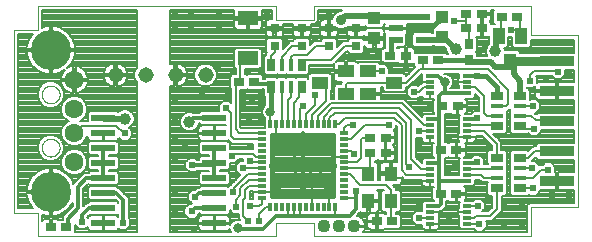
<source format=gtl>
G75*
%MOIN*%
%OFA0B0*%
%FSLAX25Y25*%
%IPPOS*%
%LPD*%
%AMOC8*
5,1,8,0,0,1.08239X$1,22.5*
%
%ADD10C,0.00000*%
%ADD11R,0.07874X0.02362*%
%ADD12R,0.03543X0.02756*%
%ADD13R,0.03150X0.01181*%
%ADD14R,0.02756X0.03543*%
%ADD15R,0.04331X0.05118*%
%ADD16R,0.05512X0.03937*%
%ADD17R,0.03937X0.05512*%
%ADD18R,0.11811X0.03346*%
%ADD19R,0.04724X0.02362*%
%ADD20R,0.03937X0.04331*%
%ADD21R,0.03150X0.03150*%
%ADD22R,0.04331X0.01772*%
%ADD23R,0.04331X0.02559*%
%ADD24R,0.01772X0.04331*%
%ADD25R,0.02559X0.04331*%
%ADD26C,0.01764*%
%ADD27R,0.01181X0.03150*%
%ADD28R,0.06693X0.04724*%
%ADD29C,0.05150*%
%ADD30C,0.06299*%
%ADD31C,0.13386*%
%ADD32C,0.04362*%
%ADD33C,0.00787*%
%ADD34C,0.02381*%
%ADD35C,0.01575*%
%ADD36C,0.01181*%
%ADD37C,0.01969*%
%ADD38C,0.03150*%
%ADD39C,0.03937*%
%ADD40C,0.03543*%
%ADD41C,0.03150*%
D10*
X0016780Y0010913D02*
X0016780Y0018787D01*
X0008906Y0018787D01*
X0008906Y0079811D01*
X0016780Y0079811D01*
X0016780Y0087685D01*
X0096110Y0087685D01*
X0096110Y0083157D01*
X0108709Y0083157D01*
X0108709Y0087685D01*
X0181346Y0087685D01*
X0181346Y0077843D01*
X0196898Y0077843D01*
X0196898Y0020756D01*
X0181346Y0020756D01*
X0181346Y0010913D01*
X0108709Y0010913D01*
X0108709Y0015441D01*
X0096110Y0015441D01*
X0096110Y0010913D01*
X0016780Y0010913D01*
X0018157Y0040441D02*
X0018159Y0040549D01*
X0018165Y0040658D01*
X0018175Y0040766D01*
X0018189Y0040873D01*
X0018207Y0040980D01*
X0018228Y0041087D01*
X0018254Y0041192D01*
X0018284Y0041297D01*
X0018317Y0041400D01*
X0018354Y0041502D01*
X0018395Y0041602D01*
X0018439Y0041701D01*
X0018488Y0041799D01*
X0018539Y0041894D01*
X0018594Y0041987D01*
X0018653Y0042079D01*
X0018715Y0042168D01*
X0018780Y0042255D01*
X0018848Y0042339D01*
X0018919Y0042421D01*
X0018993Y0042500D01*
X0019070Y0042576D01*
X0019150Y0042650D01*
X0019233Y0042720D01*
X0019318Y0042788D01*
X0019405Y0042852D01*
X0019495Y0042913D01*
X0019587Y0042971D01*
X0019681Y0043025D01*
X0019777Y0043076D01*
X0019874Y0043123D01*
X0019974Y0043167D01*
X0020075Y0043207D01*
X0020177Y0043243D01*
X0020280Y0043275D01*
X0020385Y0043304D01*
X0020491Y0043328D01*
X0020597Y0043349D01*
X0020704Y0043366D01*
X0020812Y0043379D01*
X0020920Y0043388D01*
X0021029Y0043393D01*
X0021137Y0043394D01*
X0021246Y0043391D01*
X0021354Y0043384D01*
X0021462Y0043373D01*
X0021569Y0043358D01*
X0021676Y0043339D01*
X0021782Y0043316D01*
X0021887Y0043290D01*
X0021992Y0043259D01*
X0022094Y0043225D01*
X0022196Y0043187D01*
X0022296Y0043145D01*
X0022395Y0043100D01*
X0022492Y0043051D01*
X0022586Y0042998D01*
X0022679Y0042942D01*
X0022770Y0042883D01*
X0022859Y0042820D01*
X0022945Y0042755D01*
X0023029Y0042686D01*
X0023110Y0042614D01*
X0023188Y0042539D01*
X0023264Y0042461D01*
X0023337Y0042380D01*
X0023407Y0042297D01*
X0023473Y0042212D01*
X0023537Y0042124D01*
X0023597Y0042033D01*
X0023654Y0041941D01*
X0023707Y0041846D01*
X0023757Y0041750D01*
X0023803Y0041652D01*
X0023846Y0041552D01*
X0023885Y0041451D01*
X0023920Y0041348D01*
X0023952Y0041245D01*
X0023979Y0041140D01*
X0024003Y0041034D01*
X0024023Y0040927D01*
X0024039Y0040820D01*
X0024051Y0040712D01*
X0024059Y0040604D01*
X0024063Y0040495D01*
X0024063Y0040387D01*
X0024059Y0040278D01*
X0024051Y0040170D01*
X0024039Y0040062D01*
X0024023Y0039955D01*
X0024003Y0039848D01*
X0023979Y0039742D01*
X0023952Y0039637D01*
X0023920Y0039534D01*
X0023885Y0039431D01*
X0023846Y0039330D01*
X0023803Y0039230D01*
X0023757Y0039132D01*
X0023707Y0039036D01*
X0023654Y0038941D01*
X0023597Y0038849D01*
X0023537Y0038758D01*
X0023473Y0038670D01*
X0023407Y0038585D01*
X0023337Y0038502D01*
X0023264Y0038421D01*
X0023188Y0038343D01*
X0023110Y0038268D01*
X0023029Y0038196D01*
X0022945Y0038127D01*
X0022859Y0038062D01*
X0022770Y0037999D01*
X0022679Y0037940D01*
X0022587Y0037884D01*
X0022492Y0037831D01*
X0022395Y0037782D01*
X0022296Y0037737D01*
X0022196Y0037695D01*
X0022094Y0037657D01*
X0021992Y0037623D01*
X0021887Y0037592D01*
X0021782Y0037566D01*
X0021676Y0037543D01*
X0021569Y0037524D01*
X0021462Y0037509D01*
X0021354Y0037498D01*
X0021246Y0037491D01*
X0021137Y0037488D01*
X0021029Y0037489D01*
X0020920Y0037494D01*
X0020812Y0037503D01*
X0020704Y0037516D01*
X0020597Y0037533D01*
X0020491Y0037554D01*
X0020385Y0037578D01*
X0020280Y0037607D01*
X0020177Y0037639D01*
X0020075Y0037675D01*
X0019974Y0037715D01*
X0019874Y0037759D01*
X0019777Y0037806D01*
X0019681Y0037857D01*
X0019587Y0037911D01*
X0019495Y0037969D01*
X0019405Y0038030D01*
X0019318Y0038094D01*
X0019233Y0038162D01*
X0019150Y0038232D01*
X0019070Y0038306D01*
X0018993Y0038382D01*
X0018919Y0038461D01*
X0018848Y0038543D01*
X0018780Y0038627D01*
X0018715Y0038714D01*
X0018653Y0038803D01*
X0018594Y0038895D01*
X0018539Y0038988D01*
X0018488Y0039083D01*
X0018439Y0039181D01*
X0018395Y0039280D01*
X0018354Y0039380D01*
X0018317Y0039482D01*
X0018284Y0039585D01*
X0018254Y0039690D01*
X0018228Y0039795D01*
X0018207Y0039902D01*
X0018189Y0040009D01*
X0018175Y0040116D01*
X0018165Y0040224D01*
X0018159Y0040333D01*
X0018157Y0040441D01*
X0018157Y0058157D02*
X0018159Y0058265D01*
X0018165Y0058374D01*
X0018175Y0058482D01*
X0018189Y0058589D01*
X0018207Y0058696D01*
X0018228Y0058803D01*
X0018254Y0058908D01*
X0018284Y0059013D01*
X0018317Y0059116D01*
X0018354Y0059218D01*
X0018395Y0059318D01*
X0018439Y0059417D01*
X0018488Y0059515D01*
X0018539Y0059610D01*
X0018594Y0059703D01*
X0018653Y0059795D01*
X0018715Y0059884D01*
X0018780Y0059971D01*
X0018848Y0060055D01*
X0018919Y0060137D01*
X0018993Y0060216D01*
X0019070Y0060292D01*
X0019150Y0060366D01*
X0019233Y0060436D01*
X0019318Y0060504D01*
X0019405Y0060568D01*
X0019495Y0060629D01*
X0019587Y0060687D01*
X0019681Y0060741D01*
X0019777Y0060792D01*
X0019874Y0060839D01*
X0019974Y0060883D01*
X0020075Y0060923D01*
X0020177Y0060959D01*
X0020280Y0060991D01*
X0020385Y0061020D01*
X0020491Y0061044D01*
X0020597Y0061065D01*
X0020704Y0061082D01*
X0020812Y0061095D01*
X0020920Y0061104D01*
X0021029Y0061109D01*
X0021137Y0061110D01*
X0021246Y0061107D01*
X0021354Y0061100D01*
X0021462Y0061089D01*
X0021569Y0061074D01*
X0021676Y0061055D01*
X0021782Y0061032D01*
X0021887Y0061006D01*
X0021992Y0060975D01*
X0022094Y0060941D01*
X0022196Y0060903D01*
X0022296Y0060861D01*
X0022395Y0060816D01*
X0022492Y0060767D01*
X0022586Y0060714D01*
X0022679Y0060658D01*
X0022770Y0060599D01*
X0022859Y0060536D01*
X0022945Y0060471D01*
X0023029Y0060402D01*
X0023110Y0060330D01*
X0023188Y0060255D01*
X0023264Y0060177D01*
X0023337Y0060096D01*
X0023407Y0060013D01*
X0023473Y0059928D01*
X0023537Y0059840D01*
X0023597Y0059749D01*
X0023654Y0059657D01*
X0023707Y0059562D01*
X0023757Y0059466D01*
X0023803Y0059368D01*
X0023846Y0059268D01*
X0023885Y0059167D01*
X0023920Y0059064D01*
X0023952Y0058961D01*
X0023979Y0058856D01*
X0024003Y0058750D01*
X0024023Y0058643D01*
X0024039Y0058536D01*
X0024051Y0058428D01*
X0024059Y0058320D01*
X0024063Y0058211D01*
X0024063Y0058103D01*
X0024059Y0057994D01*
X0024051Y0057886D01*
X0024039Y0057778D01*
X0024023Y0057671D01*
X0024003Y0057564D01*
X0023979Y0057458D01*
X0023952Y0057353D01*
X0023920Y0057250D01*
X0023885Y0057147D01*
X0023846Y0057046D01*
X0023803Y0056946D01*
X0023757Y0056848D01*
X0023707Y0056752D01*
X0023654Y0056657D01*
X0023597Y0056565D01*
X0023537Y0056474D01*
X0023473Y0056386D01*
X0023407Y0056301D01*
X0023337Y0056218D01*
X0023264Y0056137D01*
X0023188Y0056059D01*
X0023110Y0055984D01*
X0023029Y0055912D01*
X0022945Y0055843D01*
X0022859Y0055778D01*
X0022770Y0055715D01*
X0022679Y0055656D01*
X0022587Y0055600D01*
X0022492Y0055547D01*
X0022395Y0055498D01*
X0022296Y0055453D01*
X0022196Y0055411D01*
X0022094Y0055373D01*
X0021992Y0055339D01*
X0021887Y0055308D01*
X0021782Y0055282D01*
X0021676Y0055259D01*
X0021569Y0055240D01*
X0021462Y0055225D01*
X0021354Y0055214D01*
X0021246Y0055207D01*
X0021137Y0055204D01*
X0021029Y0055205D01*
X0020920Y0055210D01*
X0020812Y0055219D01*
X0020704Y0055232D01*
X0020597Y0055249D01*
X0020491Y0055270D01*
X0020385Y0055294D01*
X0020280Y0055323D01*
X0020177Y0055355D01*
X0020075Y0055391D01*
X0019974Y0055431D01*
X0019874Y0055475D01*
X0019777Y0055522D01*
X0019681Y0055573D01*
X0019587Y0055627D01*
X0019495Y0055685D01*
X0019405Y0055746D01*
X0019318Y0055810D01*
X0019233Y0055878D01*
X0019150Y0055948D01*
X0019070Y0056022D01*
X0018993Y0056098D01*
X0018919Y0056177D01*
X0018848Y0056259D01*
X0018780Y0056343D01*
X0018715Y0056430D01*
X0018653Y0056519D01*
X0018594Y0056611D01*
X0018539Y0056704D01*
X0018488Y0056799D01*
X0018439Y0056897D01*
X0018395Y0056996D01*
X0018354Y0057096D01*
X0018317Y0057198D01*
X0018284Y0057301D01*
X0018254Y0057406D01*
X0018228Y0057511D01*
X0018207Y0057618D01*
X0018189Y0057725D01*
X0018175Y0057832D01*
X0018165Y0057940D01*
X0018159Y0058049D01*
X0018157Y0058157D01*
D11*
X0038630Y0050264D03*
X0038630Y0045264D03*
X0038630Y0040264D03*
X0038630Y0035264D03*
X0038630Y0030264D03*
X0038630Y0025264D03*
X0038630Y0020264D03*
X0038630Y0015264D03*
X0075638Y0015264D03*
X0075638Y0020264D03*
X0075638Y0025264D03*
X0075638Y0030264D03*
X0075638Y0035264D03*
X0075638Y0040264D03*
X0075638Y0045264D03*
X0075638Y0050264D03*
D12*
X0083906Y0062291D03*
X0089024Y0062291D03*
X0127606Y0043787D03*
X0132724Y0043787D03*
X0132724Y0038669D03*
X0127606Y0038669D03*
X0151228Y0039654D03*
X0156346Y0039654D03*
X0156346Y0025087D03*
X0151228Y0025087D03*
X0134890Y0015835D03*
X0129772Y0015835D03*
X0151622Y0054220D03*
X0156740Y0054220D03*
X0150244Y0069575D03*
X0145126Y0069575D03*
X0139417Y0071150D03*
X0134299Y0071150D03*
X0159693Y0080205D03*
X0164811Y0080205D03*
X0171504Y0083945D03*
X0176622Y0083945D03*
X0164811Y0084929D03*
X0159693Y0084929D03*
X0026228Y0013866D03*
X0021110Y0013866D03*
D13*
X0091386Y0023709D03*
X0091386Y0025677D03*
X0091386Y0027646D03*
X0091386Y0029614D03*
X0091386Y0031583D03*
X0091386Y0033551D03*
X0091386Y0035520D03*
X0091386Y0037488D03*
X0091386Y0039457D03*
X0091386Y0041425D03*
X0091386Y0043394D03*
X0091386Y0045362D03*
X0118945Y0045362D03*
X0118945Y0043394D03*
X0118945Y0041425D03*
X0118945Y0039457D03*
X0118945Y0037488D03*
X0118945Y0035520D03*
X0118945Y0033551D03*
X0118945Y0031583D03*
X0118945Y0029614D03*
X0118945Y0027646D03*
X0118945Y0025677D03*
X0118945Y0023709D03*
X0147685Y0020953D03*
X0147685Y0018984D03*
X0147685Y0017016D03*
X0147685Y0015047D03*
X0159890Y0015047D03*
X0159890Y0017016D03*
X0159890Y0018984D03*
X0159890Y0020953D03*
X0159890Y0029417D03*
X0159890Y0031386D03*
X0159890Y0033354D03*
X0159890Y0035323D03*
X0147685Y0035323D03*
X0147685Y0033354D03*
X0147685Y0031386D03*
X0147685Y0029417D03*
X0147685Y0043984D03*
X0147685Y0045953D03*
X0147685Y0047921D03*
X0147685Y0049890D03*
X0159890Y0049890D03*
X0159890Y0047921D03*
X0159890Y0045953D03*
X0159890Y0043984D03*
X0159890Y0058551D03*
X0159890Y0060520D03*
X0159890Y0062488D03*
X0159890Y0064457D03*
X0147685Y0064457D03*
X0147685Y0062488D03*
X0147685Y0060520D03*
X0147685Y0058551D03*
D14*
X0160480Y0069772D03*
X0160480Y0074890D03*
D15*
X0134496Y0031780D03*
X0127016Y0031780D03*
X0127016Y0022724D03*
X0134496Y0022724D03*
D16*
X0127016Y0058354D03*
X0119535Y0058354D03*
X0110874Y0062094D03*
X0119535Y0065835D03*
X0127016Y0065835D03*
X0135677Y0062094D03*
D17*
X0170520Y0077646D03*
X0178000Y0077646D03*
X0174260Y0068984D03*
D18*
X0189969Y0069299D03*
X0189969Y0059299D03*
X0189969Y0049299D03*
X0189969Y0039299D03*
X0189969Y0029299D03*
D19*
X0145126Y0076465D03*
X0136071Y0076465D03*
X0136071Y0080205D03*
X0136071Y0083945D03*
X0145126Y0083945D03*
D20*
X0151622Y0084142D03*
X0151622Y0077449D03*
X0128984Y0076858D03*
X0128984Y0083551D03*
D21*
X0122882Y0080205D03*
X0113827Y0080205D03*
X0104772Y0080205D03*
X0095717Y0080205D03*
X0095717Y0074299D03*
X0104772Y0074299D03*
X0113827Y0074299D03*
X0122882Y0074299D03*
D22*
X0169929Y0054220D03*
X0169929Y0051071D03*
X0177409Y0051071D03*
X0177409Y0054220D03*
X0177409Y0033551D03*
X0177409Y0030402D03*
X0169929Y0030402D03*
X0169929Y0033551D03*
D23*
X0169929Y0037094D03*
X0177409Y0037094D03*
X0177409Y0026858D03*
X0169929Y0026858D03*
X0169929Y0047528D03*
X0177409Y0047528D03*
X0177409Y0057764D03*
X0169929Y0057764D03*
D24*
X0101228Y0060520D03*
X0098079Y0060520D03*
X0098079Y0068000D03*
X0101228Y0068000D03*
D25*
X0104772Y0068000D03*
X0094535Y0068000D03*
X0094535Y0060520D03*
X0104772Y0060520D03*
D26*
X0095024Y0044676D02*
X0115306Y0044676D01*
X0115306Y0024394D01*
X0095024Y0024394D01*
X0095024Y0044676D01*
X0095024Y0026157D02*
X0115306Y0026157D01*
X0115306Y0027920D02*
X0095024Y0027920D01*
X0095024Y0029683D02*
X0115306Y0029683D01*
X0115306Y0031446D02*
X0095024Y0031446D01*
X0095024Y0033209D02*
X0115306Y0033209D01*
X0115306Y0034972D02*
X0095024Y0034972D01*
X0095024Y0036735D02*
X0115306Y0036735D01*
X0115306Y0038498D02*
X0095024Y0038498D01*
X0095024Y0040261D02*
X0115306Y0040261D01*
X0115306Y0042024D02*
X0095024Y0042024D01*
X0095024Y0043787D02*
X0115306Y0043787D01*
D27*
X0115992Y0048315D03*
X0114024Y0048315D03*
X0112055Y0048315D03*
X0110087Y0048315D03*
X0108118Y0048315D03*
X0106150Y0048315D03*
X0104181Y0048315D03*
X0102213Y0048315D03*
X0100244Y0048315D03*
X0098276Y0048315D03*
X0096307Y0048315D03*
X0094339Y0048315D03*
X0094339Y0020756D03*
X0096307Y0020756D03*
X0098276Y0020756D03*
X0100244Y0020756D03*
X0102213Y0020756D03*
X0104181Y0020756D03*
X0106150Y0020756D03*
X0108118Y0020756D03*
X0110087Y0020756D03*
X0112055Y0020756D03*
X0114024Y0020756D03*
X0115992Y0020756D03*
D28*
X0086858Y0070165D03*
X0086858Y0083551D03*
D29*
X0072724Y0064654D03*
X0062724Y0064654D03*
X0052724Y0064654D03*
X0042724Y0064654D03*
D30*
X0028984Y0063079D03*
X0028984Y0053236D03*
X0028984Y0045362D03*
X0028984Y0035520D03*
D31*
X0021110Y0025677D03*
X0021110Y0072921D03*
D32*
X0112370Y0014260D03*
X0117370Y0014260D03*
X0122370Y0014260D03*
D33*
X0122567Y0014457D02*
X0125945Y0014457D01*
X0125945Y0014612D01*
X0125807Y0015303D01*
X0125538Y0015953D01*
X0125147Y0016539D01*
X0124649Y0017037D01*
X0124063Y0017428D01*
X0123413Y0017697D01*
X0123165Y0017746D01*
X0123616Y0018197D01*
X0124295Y0018877D01*
X0124312Y0018867D01*
X0124667Y0018772D01*
X0126622Y0018772D01*
X0126622Y0022331D01*
X0127409Y0022331D01*
X0127409Y0018772D01*
X0129365Y0018772D01*
X0129719Y0018867D01*
X0130037Y0019050D01*
X0130296Y0019310D01*
X0130480Y0019627D01*
X0130575Y0019982D01*
X0130575Y0022331D01*
X0127409Y0022331D01*
X0127409Y0023118D01*
X0130575Y0023118D01*
X0130575Y0025467D01*
X0130480Y0025821D01*
X0130296Y0026139D01*
X0130037Y0026399D01*
X0129923Y0026465D01*
X0132072Y0026465D01*
X0132072Y0026465D01*
X0131841Y0026465D01*
X0131150Y0025773D01*
X0131150Y0019676D01*
X0131841Y0018984D01*
X0132921Y0018984D01*
X0132921Y0018394D01*
X0132629Y0018394D01*
X0132481Y0018246D01*
X0132399Y0018328D01*
X0132081Y0018511D01*
X0131727Y0018606D01*
X0130067Y0018606D01*
X0130067Y0016130D01*
X0129476Y0016130D01*
X0129476Y0015539D01*
X0126606Y0015539D01*
X0126606Y0014273D01*
X0126701Y0013919D01*
X0126885Y0013601D01*
X0127144Y0013341D01*
X0127462Y0013158D01*
X0127817Y0013063D01*
X0129476Y0013063D01*
X0129476Y0015539D01*
X0130067Y0015539D01*
X0130067Y0013063D01*
X0131727Y0013063D01*
X0132081Y0013158D01*
X0132399Y0013341D01*
X0132481Y0013423D01*
X0132629Y0013276D01*
X0137151Y0013276D01*
X0137843Y0013967D01*
X0137843Y0017702D01*
X0137151Y0018394D01*
X0136071Y0018394D01*
X0136071Y0018984D01*
X0137151Y0018984D01*
X0137843Y0019676D01*
X0137843Y0025773D01*
X0137151Y0026465D01*
X0136071Y0026465D01*
X0136071Y0026920D01*
X0135164Y0027827D01*
X0136845Y0027827D01*
X0137199Y0027922D01*
X0137517Y0028105D01*
X0137777Y0028365D01*
X0137960Y0028683D01*
X0138055Y0029037D01*
X0138055Y0030718D01*
X0138962Y0029811D01*
X0144717Y0029811D01*
X0144717Y0029417D01*
X0144717Y0028643D01*
X0144812Y0028289D01*
X0144995Y0027971D01*
X0145254Y0027712D01*
X0145572Y0027528D01*
X0145927Y0027433D01*
X0147685Y0027433D01*
X0147685Y0029417D01*
X0147685Y0029417D01*
X0147685Y0027433D01*
X0148755Y0027433D01*
X0148276Y0026954D01*
X0148276Y0023219D01*
X0148771Y0022724D01*
X0145621Y0022724D01*
X0144929Y0022033D01*
X0144929Y0020316D01*
X0144812Y0020113D01*
X0144717Y0019758D01*
X0144717Y0019387D01*
X0142963Y0019387D01*
X0141573Y0017998D01*
X0141573Y0016033D01*
X0142963Y0014644D01*
X0144717Y0014644D01*
X0144717Y0014273D01*
X0144812Y0013919D01*
X0144995Y0013601D01*
X0145254Y0013341D01*
X0145572Y0013158D01*
X0145927Y0013063D01*
X0147685Y0013063D01*
X0147685Y0015047D01*
X0147685Y0015047D01*
X0147685Y0013063D01*
X0149443Y0013063D01*
X0149798Y0013158D01*
X0150116Y0013341D01*
X0150375Y0013601D01*
X0150559Y0013919D01*
X0150654Y0014273D01*
X0150654Y0015047D01*
X0147685Y0015047D01*
X0147685Y0015047D01*
X0150654Y0015047D01*
X0150654Y0015821D01*
X0150559Y0016176D01*
X0150441Y0016379D01*
X0150441Y0017652D01*
X0150559Y0017856D01*
X0150654Y0018210D01*
X0150654Y0018984D01*
X0147685Y0018984D01*
X0147685Y0018984D01*
X0150654Y0018984D01*
X0150654Y0019181D01*
X0151372Y0019181D01*
X0152409Y0020219D01*
X0153000Y0020809D01*
X0153000Y0022528D01*
X0153489Y0022528D01*
X0153637Y0022675D01*
X0153719Y0022593D01*
X0154037Y0022410D01*
X0154391Y0022315D01*
X0156051Y0022315D01*
X0156051Y0024791D01*
X0156642Y0024791D01*
X0156642Y0022315D01*
X0157416Y0022315D01*
X0157134Y0022033D01*
X0157134Y0020316D01*
X0157016Y0020113D01*
X0156921Y0019758D01*
X0156921Y0018984D01*
X0156921Y0018210D01*
X0157016Y0017856D01*
X0157134Y0017652D01*
X0157134Y0013967D01*
X0157826Y0013276D01*
X0161954Y0013276D01*
X0162099Y0013421D01*
X0163041Y0012479D01*
X0165006Y0012479D01*
X0166395Y0013868D01*
X0166395Y0015833D01*
X0166197Y0016031D01*
X0168219Y0016031D01*
X0170581Y0018394D01*
X0171504Y0019316D01*
X0171504Y0024398D01*
X0172584Y0024398D01*
X0173276Y0025090D01*
X0173276Y0028627D01*
X0173076Y0028827D01*
X0173276Y0029027D01*
X0173276Y0031777D01*
X0173076Y0031976D01*
X0173276Y0032176D01*
X0173276Y0034926D01*
X0173076Y0035126D01*
X0173276Y0035326D01*
X0173276Y0038863D01*
X0172584Y0039555D01*
X0171307Y0039555D01*
X0171307Y0042274D01*
X0170385Y0043197D01*
X0168514Y0045067D01*
X0172584Y0045067D01*
X0173276Y0045759D01*
X0173276Y0049296D01*
X0173076Y0049496D01*
X0173276Y0049696D01*
X0173276Y0052446D01*
X0173076Y0052646D01*
X0173534Y0052646D01*
X0174063Y0053174D01*
X0174063Y0052845D01*
X0174263Y0052646D01*
X0174063Y0052446D01*
X0174063Y0049696D01*
X0174263Y0049496D01*
X0174063Y0049296D01*
X0174063Y0045759D01*
X0174755Y0045067D01*
X0180064Y0045067D01*
X0180162Y0045165D01*
X0180355Y0045165D01*
X0181151Y0044369D01*
X0183116Y0044369D01*
X0184505Y0045758D01*
X0184505Y0046445D01*
X0195504Y0046445D01*
X0195504Y0042154D01*
X0183574Y0042154D01*
X0182882Y0041462D01*
X0182882Y0040835D01*
X0181875Y0040835D01*
X0180953Y0039912D01*
X0180330Y0039289D01*
X0180064Y0039555D01*
X0174755Y0039555D01*
X0174063Y0038863D01*
X0174063Y0035326D01*
X0174263Y0035126D01*
X0174063Y0034926D01*
X0174063Y0032176D01*
X0174263Y0031976D01*
X0174063Y0031777D01*
X0174063Y0029027D01*
X0174263Y0028827D01*
X0174063Y0028627D01*
X0174063Y0025090D01*
X0174755Y0024398D01*
X0180064Y0024398D01*
X0180554Y0024887D01*
X0180955Y0024487D01*
X0182919Y0024487D01*
X0184309Y0025876D01*
X0184309Y0026232D01*
X0189575Y0026232D01*
X0189575Y0028905D01*
X0190362Y0028905D01*
X0190362Y0026232D01*
X0195504Y0026232D01*
X0195504Y0022150D01*
X0180769Y0022150D01*
X0179953Y0021333D01*
X0179953Y0012307D01*
X0125365Y0012307D01*
X0125538Y0012567D01*
X0125807Y0013217D01*
X0125945Y0013908D01*
X0125945Y0014063D01*
X0122567Y0014063D01*
X0122567Y0014457D01*
X0125899Y0014843D02*
X0126606Y0014843D01*
X0126664Y0014057D02*
X0125945Y0014057D01*
X0125818Y0013271D02*
X0127266Y0013271D01*
X0125484Y0012485D02*
X0163035Y0012485D01*
X0162249Y0013271D02*
X0149994Y0013271D01*
X0150596Y0014057D02*
X0157134Y0014057D01*
X0157134Y0014843D02*
X0150654Y0014843D01*
X0150654Y0015629D02*
X0157134Y0015629D01*
X0157134Y0016415D02*
X0150441Y0016415D01*
X0150441Y0017201D02*
X0157134Y0017201D01*
X0156981Y0017987D02*
X0150594Y0017987D01*
X0150654Y0018773D02*
X0156921Y0018773D01*
X0156921Y0018984D02*
X0159890Y0018984D01*
X0159890Y0018984D01*
X0156921Y0018984D01*
X0156921Y0019558D02*
X0151749Y0019558D01*
X0152535Y0020344D02*
X0157134Y0020344D01*
X0157134Y0021130D02*
X0153000Y0021130D01*
X0153000Y0021916D02*
X0157134Y0021916D01*
X0156642Y0022702D02*
X0156051Y0022702D01*
X0156051Y0023488D02*
X0156642Y0023488D01*
X0156642Y0024274D02*
X0156051Y0024274D01*
X0156642Y0024791D02*
X0156642Y0025382D01*
X0159512Y0025382D01*
X0159512Y0026648D01*
X0159417Y0027003D01*
X0159233Y0027320D01*
X0158974Y0027580D01*
X0158860Y0027646D01*
X0161954Y0027646D01*
X0162646Y0028338D01*
X0162646Y0029811D01*
X0163962Y0029811D01*
X0164024Y0029749D01*
X0164946Y0028827D01*
X0166782Y0028827D01*
X0166583Y0028627D01*
X0166583Y0025090D01*
X0167275Y0024398D01*
X0168354Y0024398D01*
X0168354Y0020621D01*
X0166915Y0019181D01*
X0165015Y0019181D01*
X0165805Y0019970D01*
X0165805Y0021935D01*
X0164415Y0023324D01*
X0162451Y0023324D01*
X0161851Y0022724D01*
X0159105Y0022724D01*
X0159233Y0022853D01*
X0159417Y0023171D01*
X0159512Y0023525D01*
X0159512Y0024791D01*
X0156642Y0024791D01*
X0156642Y0025060D02*
X0166612Y0025060D01*
X0166583Y0025846D02*
X0159512Y0025846D01*
X0159512Y0026632D02*
X0166583Y0026632D01*
X0166583Y0027418D02*
X0159136Y0027418D01*
X0162512Y0028203D02*
X0166583Y0028203D01*
X0164784Y0028989D02*
X0162646Y0028989D01*
X0162646Y0029775D02*
X0163998Y0029775D01*
X0165598Y0030402D02*
X0169929Y0030402D01*
X0173276Y0030561D02*
X0174063Y0030561D01*
X0174063Y0029775D02*
X0173276Y0029775D01*
X0173238Y0028989D02*
X0174100Y0028989D01*
X0174063Y0028203D02*
X0173276Y0028203D01*
X0173276Y0027418D02*
X0174063Y0027418D01*
X0174063Y0026632D02*
X0173276Y0026632D01*
X0173276Y0025846D02*
X0174063Y0025846D01*
X0174093Y0025060D02*
X0173246Y0025060D01*
X0171504Y0024274D02*
X0195504Y0024274D01*
X0195504Y0025060D02*
X0183493Y0025060D01*
X0184278Y0025846D02*
X0195504Y0025846D01*
X0195504Y0023488D02*
X0171504Y0023488D01*
X0171504Y0022702D02*
X0195504Y0022702D01*
X0190362Y0026632D02*
X0189575Y0026632D01*
X0189575Y0027418D02*
X0190362Y0027418D01*
X0190362Y0028203D02*
X0189575Y0028203D01*
X0189575Y0029693D02*
X0189575Y0032366D01*
X0189230Y0032366D01*
X0189230Y0034140D01*
X0187841Y0035529D01*
X0185876Y0035529D01*
X0185079Y0034732D01*
X0183844Y0034732D01*
X0183780Y0034669D01*
X0182526Y0035923D01*
X0181418Y0035923D01*
X0182882Y0037387D01*
X0182882Y0037137D01*
X0183574Y0036445D01*
X0195504Y0036445D01*
X0195504Y0032366D01*
X0190362Y0032366D01*
X0190362Y0029693D01*
X0189575Y0029693D01*
X0189575Y0029775D02*
X0190362Y0029775D01*
X0190362Y0030561D02*
X0189575Y0030561D01*
X0189575Y0031347D02*
X0190362Y0031347D01*
X0190362Y0032133D02*
X0189575Y0032133D01*
X0189230Y0032919D02*
X0195504Y0032919D01*
X0195504Y0033705D02*
X0189230Y0033705D01*
X0188879Y0034491D02*
X0195504Y0034491D01*
X0195504Y0035277D02*
X0188093Y0035277D01*
X0186858Y0033157D02*
X0184496Y0033157D01*
X0181740Y0030402D01*
X0177409Y0030402D01*
X0174063Y0031347D02*
X0173276Y0031347D01*
X0173232Y0032133D02*
X0174106Y0032133D01*
X0174063Y0032919D02*
X0173276Y0032919D01*
X0173276Y0033705D02*
X0174063Y0033705D01*
X0174063Y0034491D02*
X0173276Y0034491D01*
X0173227Y0035277D02*
X0174112Y0035277D01*
X0174063Y0036063D02*
X0173276Y0036063D01*
X0173276Y0036849D02*
X0174063Y0036849D01*
X0174063Y0037634D02*
X0173276Y0037634D01*
X0173276Y0038420D02*
X0174063Y0038420D01*
X0174406Y0039206D02*
X0172933Y0039206D01*
X0171307Y0039992D02*
X0181033Y0039992D01*
X0181819Y0040778D02*
X0171307Y0040778D01*
X0171307Y0041564D02*
X0182984Y0041564D01*
X0182528Y0039260D02*
X0189929Y0039260D01*
X0189969Y0039299D01*
X0195504Y0042350D02*
X0171232Y0042350D01*
X0170446Y0043136D02*
X0195504Y0043136D01*
X0195504Y0043922D02*
X0169660Y0043922D01*
X0168874Y0044708D02*
X0180812Y0044708D01*
X0183455Y0044708D02*
X0195504Y0044708D01*
X0195504Y0045494D02*
X0184241Y0045494D01*
X0184505Y0046279D02*
X0195504Y0046279D01*
X0189969Y0049299D02*
X0189772Y0049496D01*
X0182724Y0049496D01*
X0181150Y0051071D01*
X0177409Y0051071D01*
X0174190Y0049423D02*
X0173149Y0049423D01*
X0173276Y0048637D02*
X0174063Y0048637D01*
X0174063Y0047851D02*
X0173276Y0047851D01*
X0173276Y0047065D02*
X0174063Y0047065D01*
X0174063Y0046279D02*
X0173276Y0046279D01*
X0173010Y0045494D02*
X0174328Y0045494D01*
X0177409Y0047528D02*
X0177429Y0047547D01*
X0178374Y0047547D01*
X0179181Y0046740D01*
X0182134Y0046740D01*
X0182934Y0051514D02*
X0182599Y0051849D01*
X0182919Y0051849D01*
X0184309Y0053238D01*
X0184309Y0055203D01*
X0182919Y0056592D01*
X0180955Y0056592D01*
X0180756Y0056393D01*
X0180756Y0059533D01*
X0180064Y0060224D01*
X0179772Y0060224D01*
X0179772Y0060512D01*
X0179970Y0060313D01*
X0181935Y0060313D01*
X0182669Y0061048D01*
X0182669Y0059693D01*
X0189575Y0059693D01*
X0189575Y0062366D01*
X0183880Y0062366D01*
X0183525Y0062271D01*
X0183324Y0062155D01*
X0183324Y0063667D01*
X0182759Y0064233D01*
X0182786Y0064260D01*
X0188229Y0064260D01*
X0189222Y0063266D01*
X0191187Y0063266D01*
X0192576Y0064655D01*
X0192576Y0066445D01*
X0195504Y0066445D01*
X0195504Y0062366D01*
X0190362Y0062366D01*
X0190362Y0059693D01*
X0189575Y0059693D01*
X0189575Y0058906D01*
X0182669Y0058906D01*
X0182669Y0057442D01*
X0182764Y0057088D01*
X0182948Y0056770D01*
X0183207Y0056511D01*
X0183525Y0056327D01*
X0183880Y0056232D01*
X0189575Y0056232D01*
X0189575Y0058905D01*
X0190362Y0058905D01*
X0190362Y0056232D01*
X0195504Y0056232D01*
X0195504Y0052154D01*
X0183574Y0052154D01*
X0182934Y0051514D01*
X0182667Y0051781D02*
X0183201Y0051781D01*
X0183637Y0052567D02*
X0195504Y0052567D01*
X0195504Y0053353D02*
X0184309Y0053353D01*
X0184309Y0054139D02*
X0195504Y0054139D01*
X0195504Y0054925D02*
X0184309Y0054925D01*
X0183801Y0055710D02*
X0195504Y0055710D01*
X0190362Y0056496D02*
X0189575Y0056496D01*
X0189575Y0057282D02*
X0190362Y0057282D01*
X0190362Y0058068D02*
X0189575Y0058068D01*
X0189575Y0058854D02*
X0190362Y0058854D01*
X0189575Y0059640D02*
X0180648Y0059640D01*
X0180756Y0058854D02*
X0182669Y0058854D01*
X0182669Y0058068D02*
X0180756Y0058068D01*
X0180756Y0057282D02*
X0182712Y0057282D01*
X0183015Y0056496D02*
X0183232Y0056496D01*
X0180859Y0056496D02*
X0180756Y0056496D01*
X0181937Y0054220D02*
X0177409Y0054220D01*
X0174184Y0052567D02*
X0173155Y0052567D01*
X0173276Y0051781D02*
X0174063Y0051781D01*
X0174063Y0050995D02*
X0173276Y0050995D01*
X0173276Y0050209D02*
X0174063Y0050209D01*
X0169929Y0051071D02*
X0166583Y0051071D01*
X0165598Y0052055D01*
X0165598Y0057567D01*
X0162646Y0060520D01*
X0159890Y0060520D01*
X0157134Y0060426D02*
X0154441Y0060426D01*
X0154338Y0060323D02*
X0154746Y0060730D01*
X0155165Y0061743D01*
X0155165Y0062840D01*
X0154746Y0063852D01*
X0153971Y0064628D01*
X0152958Y0065047D01*
X0152159Y0065047D01*
X0152159Y0065047D01*
X0157134Y0065047D01*
X0157134Y0063820D01*
X0157016Y0063617D01*
X0156921Y0063262D01*
X0156921Y0062488D01*
X0156921Y0061714D01*
X0157016Y0061360D01*
X0157134Y0061156D01*
X0157134Y0060323D01*
X0154338Y0060323D01*
X0154945Y0061212D02*
X0157102Y0061212D01*
X0156921Y0061998D02*
X0155165Y0061998D01*
X0155165Y0062784D02*
X0156921Y0062784D01*
X0156921Y0062488D02*
X0159890Y0062488D01*
X0156921Y0062488D01*
X0157004Y0063570D02*
X0154863Y0063570D01*
X0154243Y0064355D02*
X0157134Y0064355D01*
X0159890Y0062488D02*
X0159890Y0062488D01*
X0162646Y0058293D02*
X0164024Y0056915D01*
X0164024Y0052653D01*
X0164022Y0052655D01*
X0162057Y0052655D01*
X0161063Y0051661D01*
X0159253Y0051661D01*
X0159368Y0051727D01*
X0159627Y0051987D01*
X0159811Y0052305D01*
X0159905Y0052659D01*
X0159905Y0053925D01*
X0157036Y0053925D01*
X0157036Y0054516D01*
X0159905Y0054516D01*
X0159905Y0055782D01*
X0159811Y0056136D01*
X0159627Y0056454D01*
X0159368Y0056714D01*
X0159253Y0056780D01*
X0161954Y0056780D01*
X0162646Y0057471D01*
X0162646Y0058293D01*
X0162646Y0058068D02*
X0162870Y0058068D01*
X0162457Y0057282D02*
X0163656Y0057282D01*
X0164024Y0056496D02*
X0159585Y0056496D01*
X0159905Y0055710D02*
X0164024Y0055710D01*
X0164024Y0054925D02*
X0159905Y0054925D01*
X0159905Y0053353D02*
X0164024Y0053353D01*
X0164024Y0054139D02*
X0157036Y0054139D01*
X0157035Y0053925D02*
X0157035Y0051449D01*
X0157613Y0051449D01*
X0157134Y0050970D01*
X0157134Y0045316D01*
X0157016Y0045113D01*
X0156921Y0044758D01*
X0156921Y0043984D01*
X0156921Y0043210D01*
X0157016Y0042856D01*
X0157200Y0042538D01*
X0157312Y0042425D01*
X0156642Y0042425D01*
X0156642Y0039949D01*
X0159512Y0039949D01*
X0159512Y0041215D01*
X0159417Y0041569D01*
X0159233Y0041887D01*
X0159121Y0042000D01*
X0159890Y0042000D01*
X0161648Y0042000D01*
X0162003Y0042095D01*
X0162320Y0042278D01*
X0162580Y0042538D01*
X0162763Y0042856D01*
X0162858Y0043210D01*
X0162858Y0043984D01*
X0159890Y0043984D01*
X0159890Y0043984D01*
X0159890Y0042000D01*
X0159890Y0043984D01*
X0159890Y0043984D01*
X0162858Y0043984D01*
X0162858Y0044378D01*
X0164749Y0044378D01*
X0168157Y0040970D01*
X0168157Y0039555D01*
X0167275Y0039555D01*
X0166583Y0038863D01*
X0166583Y0035326D01*
X0166782Y0035126D01*
X0166586Y0034929D01*
X0165411Y0034929D01*
X0165411Y0036699D01*
X0164022Y0038088D01*
X0162057Y0038088D01*
X0161063Y0037094D01*
X0158860Y0037094D01*
X0158974Y0037160D01*
X0159233Y0037420D01*
X0159417Y0037738D01*
X0159512Y0038092D01*
X0159512Y0039358D01*
X0156642Y0039358D01*
X0156642Y0039949D01*
X0156051Y0039949D01*
X0156051Y0042425D01*
X0154391Y0042425D01*
X0154037Y0042330D01*
X0153719Y0042147D01*
X0153637Y0042065D01*
X0153489Y0042213D01*
X0152409Y0042213D01*
X0152409Y0051661D01*
X0153883Y0051661D01*
X0154031Y0051809D01*
X0154113Y0051727D01*
X0154431Y0051544D01*
X0154785Y0051449D01*
X0156445Y0051449D01*
X0156445Y0053925D01*
X0157035Y0053925D01*
X0157035Y0053353D02*
X0156445Y0053353D01*
X0156445Y0052567D02*
X0157035Y0052567D01*
X0157035Y0051781D02*
X0156445Y0051781D01*
X0157159Y0050995D02*
X0152409Y0050995D01*
X0152409Y0050209D02*
X0157134Y0050209D01*
X0157134Y0049423D02*
X0152409Y0049423D01*
X0152409Y0048637D02*
X0157134Y0048637D01*
X0157134Y0047851D02*
X0152409Y0047851D01*
X0152409Y0047065D02*
X0157134Y0047065D01*
X0157134Y0046279D02*
X0152409Y0046279D01*
X0152409Y0045494D02*
X0157134Y0045494D01*
X0156921Y0044708D02*
X0152409Y0044708D01*
X0152409Y0043922D02*
X0156921Y0043922D01*
X0156921Y0043984D02*
X0159890Y0043984D01*
X0159890Y0043984D01*
X0156921Y0043984D01*
X0156941Y0043136D02*
X0152409Y0043136D01*
X0152409Y0042350D02*
X0154110Y0042350D01*
X0156051Y0042350D02*
X0156642Y0042350D01*
X0156642Y0041564D02*
X0156051Y0041564D01*
X0156051Y0040778D02*
X0156642Y0040778D01*
X0156642Y0039992D02*
X0156051Y0039992D01*
X0156051Y0039358D02*
X0156642Y0039358D01*
X0156642Y0036882D01*
X0157613Y0036882D01*
X0157134Y0036403D01*
X0157134Y0031189D01*
X0152409Y0031189D01*
X0152409Y0037094D01*
X0153489Y0037094D01*
X0153637Y0037242D01*
X0153719Y0037160D01*
X0154037Y0036977D01*
X0154391Y0036882D01*
X0156051Y0036882D01*
X0156051Y0039358D01*
X0156051Y0039206D02*
X0156642Y0039206D01*
X0156642Y0038420D02*
X0156051Y0038420D01*
X0156051Y0037634D02*
X0156642Y0037634D01*
X0157580Y0036849D02*
X0152409Y0036849D01*
X0152409Y0036063D02*
X0157134Y0036063D01*
X0157134Y0035277D02*
X0152409Y0035277D01*
X0152409Y0034491D02*
X0157134Y0034491D01*
X0157134Y0033705D02*
X0152409Y0033705D01*
X0152409Y0032919D02*
X0157134Y0032919D01*
X0157134Y0032133D02*
X0152409Y0032133D01*
X0152409Y0031347D02*
X0157134Y0031347D01*
X0159890Y0031386D02*
X0164614Y0031386D01*
X0165598Y0030402D01*
X0169732Y0033354D02*
X0159890Y0033354D01*
X0165411Y0035277D02*
X0166632Y0035277D01*
X0166583Y0036063D02*
X0165411Y0036063D01*
X0165261Y0036849D02*
X0166583Y0036849D01*
X0166583Y0037634D02*
X0164475Y0037634D01*
X0166583Y0038420D02*
X0159512Y0038420D01*
X0159512Y0039206D02*
X0166926Y0039206D01*
X0168157Y0039992D02*
X0159512Y0039992D01*
X0159512Y0040778D02*
X0168157Y0040778D01*
X0167563Y0041564D02*
X0159418Y0041564D01*
X0159890Y0042350D02*
X0159890Y0042350D01*
X0159890Y0043136D02*
X0159890Y0043136D01*
X0159890Y0043922D02*
X0159890Y0043922D01*
X0159890Y0045953D02*
X0165402Y0045953D01*
X0169732Y0041622D01*
X0169732Y0037291D01*
X0169929Y0037094D01*
X0169732Y0037173D02*
X0169732Y0037291D01*
X0169929Y0033551D02*
X0169732Y0033354D01*
X0177409Y0033551D02*
X0181543Y0033551D01*
X0183172Y0035277D02*
X0185623Y0035277D01*
X0183170Y0036849D02*
X0182343Y0036849D01*
X0181557Y0036063D02*
X0195504Y0036063D01*
X0182528Y0039260D02*
X0180362Y0037094D01*
X0177409Y0037094D01*
X0176720Y0037783D01*
X0166777Y0042350D02*
X0162392Y0042350D01*
X0162838Y0043136D02*
X0165991Y0043136D01*
X0165205Y0043922D02*
X0162858Y0043922D01*
X0159890Y0047921D02*
X0169535Y0047921D01*
X0169929Y0047528D01*
X0161183Y0051781D02*
X0159421Y0051781D01*
X0159881Y0052567D02*
X0161969Y0052567D01*
X0154059Y0051781D02*
X0154002Y0051781D01*
X0148866Y0051781D02*
X0143887Y0051781D01*
X0143101Y0052567D02*
X0148669Y0052567D01*
X0148669Y0052353D02*
X0148866Y0052156D01*
X0148866Y0051661D01*
X0145621Y0051661D01*
X0144929Y0050970D01*
X0144929Y0050739D01*
X0138889Y0056780D01*
X0131165Y0056780D01*
X0131165Y0057961D01*
X0127409Y0057961D01*
X0127409Y0058748D01*
X0131165Y0058748D01*
X0131165Y0060506D01*
X0131162Y0060520D01*
X0131740Y0060520D01*
X0131740Y0059637D01*
X0132432Y0058945D01*
X0138922Y0058945D01*
X0139614Y0059637D01*
X0139614Y0060520D01*
X0140266Y0060520D01*
X0144794Y0065047D01*
X0144929Y0065047D01*
X0144929Y0063820D01*
X0144812Y0063617D01*
X0144717Y0063262D01*
X0144717Y0062488D01*
X0144717Y0061944D01*
X0143945Y0061172D01*
X0143623Y0060850D01*
X0143156Y0061317D01*
X0141191Y0061317D01*
X0139802Y0059927D01*
X0139802Y0057962D01*
X0141191Y0056573D01*
X0143156Y0056573D01*
X0143952Y0057370D01*
X0144597Y0057370D01*
X0144777Y0057550D01*
X0144812Y0057423D01*
X0144995Y0057105D01*
X0145254Y0056845D01*
X0145572Y0056662D01*
X0145927Y0056567D01*
X0147685Y0056567D01*
X0147685Y0058551D01*
X0147685Y0058551D01*
X0147685Y0056567D01*
X0148866Y0056567D01*
X0148866Y0056284D01*
X0148669Y0056088D01*
X0148669Y0052353D01*
X0148669Y0053353D02*
X0142315Y0053353D01*
X0141529Y0054139D02*
X0148669Y0054139D01*
X0148669Y0054925D02*
X0140744Y0054925D01*
X0139958Y0055710D02*
X0148669Y0055710D01*
X0148866Y0056496D02*
X0139172Y0056496D01*
X0140482Y0057282D02*
X0131165Y0057282D01*
X0131165Y0058854D02*
X0139802Y0058854D01*
X0139802Y0058068D02*
X0127409Y0058068D01*
X0131165Y0059640D02*
X0131740Y0059640D01*
X0131740Y0060426D02*
X0131165Y0060426D01*
X0135677Y0062094D02*
X0120126Y0062094D01*
X0119535Y0061504D01*
X0119535Y0058354D01*
X0115598Y0058068D02*
X0114417Y0058068D01*
X0114417Y0057282D02*
X0115598Y0057282D01*
X0115598Y0056780D02*
X0114417Y0056780D01*
X0114417Y0059243D01*
X0114811Y0059637D01*
X0114811Y0064552D01*
X0114119Y0065244D01*
X0107629Y0065244D01*
X0106937Y0064552D01*
X0106937Y0063470D01*
X0106540Y0063866D01*
X0103003Y0063866D01*
X0102803Y0063666D01*
X0102603Y0063866D01*
X0099853Y0063866D01*
X0099654Y0063666D01*
X0099454Y0063866D01*
X0096704Y0063866D01*
X0096504Y0063666D01*
X0096304Y0063866D01*
X0092767Y0063866D01*
X0092373Y0063472D01*
X0091976Y0063472D01*
X0091976Y0064159D01*
X0091284Y0064850D01*
X0086763Y0064850D01*
X0086465Y0064552D01*
X0086166Y0064850D01*
X0085874Y0064850D01*
X0085874Y0066622D01*
X0090694Y0066622D01*
X0091386Y0067314D01*
X0091386Y0073017D01*
X0090694Y0073709D01*
X0083023Y0073709D01*
X0082331Y0073017D01*
X0082331Y0067314D01*
X0082724Y0066920D01*
X0082724Y0064850D01*
X0081645Y0064850D01*
X0080953Y0064159D01*
X0080953Y0060424D01*
X0081150Y0060227D01*
X0081150Y0055409D01*
X0080557Y0056002D01*
X0078592Y0056002D01*
X0077203Y0054612D01*
X0077203Y0052648D01*
X0077225Y0052626D01*
X0071212Y0052626D01*
X0070621Y0052035D01*
X0068519Y0052035D01*
X0067997Y0052252D01*
X0066744Y0052252D01*
X0065586Y0051772D01*
X0064700Y0050886D01*
X0064220Y0049729D01*
X0064220Y0048476D01*
X0064700Y0047318D01*
X0065586Y0046432D01*
X0066744Y0045953D01*
X0067997Y0045953D01*
X0069154Y0046432D01*
X0070040Y0047318D01*
X0070520Y0048476D01*
X0070520Y0048492D01*
X0070621Y0048492D01*
X0071212Y0047902D01*
X0079575Y0047902D01*
X0079575Y0047839D01*
X0075835Y0047839D01*
X0075835Y0045461D01*
X0075441Y0045461D01*
X0075441Y0047839D01*
X0071517Y0047839D01*
X0071163Y0047744D01*
X0070845Y0047560D01*
X0070586Y0047301D01*
X0070402Y0046983D01*
X0070307Y0046628D01*
X0070307Y0045461D01*
X0075441Y0045461D01*
X0075441Y0045067D01*
X0070307Y0045067D01*
X0070307Y0043899D01*
X0070402Y0043545D01*
X0070586Y0043227D01*
X0070845Y0042967D01*
X0071163Y0042784D01*
X0071517Y0042689D01*
X0075441Y0042689D01*
X0075441Y0045067D01*
X0075835Y0045067D01*
X0075835Y0042689D01*
X0079758Y0042689D01*
X0080113Y0042784D01*
X0080369Y0042932D01*
X0080497Y0042803D01*
X0081482Y0041819D01*
X0088630Y0041819D01*
X0088630Y0039850D01*
X0082732Y0039850D01*
X0082526Y0040057D01*
X0080756Y0040057D01*
X0080756Y0041934D01*
X0080064Y0042626D01*
X0071212Y0042626D01*
X0070520Y0041934D01*
X0070520Y0038593D01*
X0071212Y0037902D01*
X0073866Y0037902D01*
X0073866Y0037626D01*
X0071212Y0037626D01*
X0070520Y0036934D01*
X0070520Y0036307D01*
X0069937Y0036307D01*
X0069337Y0036907D01*
X0067372Y0036907D01*
X0065983Y0035518D01*
X0065983Y0033553D01*
X0067372Y0032164D01*
X0069337Y0032164D01*
X0069937Y0032764D01*
X0073866Y0032764D01*
X0073866Y0032626D01*
X0071212Y0032626D01*
X0070520Y0031934D01*
X0070520Y0028593D01*
X0071212Y0027902D01*
X0080064Y0027902D01*
X0080756Y0028593D01*
X0080756Y0031934D01*
X0080064Y0032626D01*
X0077409Y0032626D01*
X0077409Y0032902D01*
X0080064Y0032902D01*
X0080756Y0033593D01*
X0080756Y0035313D01*
X0082526Y0035313D01*
X0083913Y0036701D01*
X0085077Y0036701D01*
X0085077Y0035923D01*
X0084301Y0035923D01*
X0082912Y0034534D01*
X0082912Y0032569D01*
X0084265Y0031216D01*
X0081678Y0028630D01*
X0081097Y0028049D01*
X0080955Y0028049D01*
X0080298Y0027392D01*
X0080064Y0027626D01*
X0071212Y0027626D01*
X0070621Y0027035D01*
X0069766Y0027035D01*
X0069205Y0026474D01*
X0068356Y0026474D01*
X0066967Y0025085D01*
X0066967Y0023120D01*
X0068230Y0021857D01*
X0067925Y0021553D01*
X0067077Y0021553D01*
X0065687Y0020163D01*
X0065687Y0018199D01*
X0067077Y0016809D01*
X0069041Y0016809D01*
X0070431Y0018199D01*
X0070431Y0018492D01*
X0070621Y0018492D01*
X0071212Y0017902D01*
X0080064Y0017902D01*
X0080756Y0018593D01*
X0080756Y0019567D01*
X0081939Y0018384D01*
X0083709Y0018384D01*
X0083709Y0016954D01*
X0084363Y0016300D01*
X0084060Y0016425D01*
X0082964Y0016425D01*
X0081951Y0016006D01*
X0081175Y0015230D01*
X0080968Y0014731D01*
X0080968Y0015067D01*
X0075835Y0015067D01*
X0075835Y0015461D01*
X0075441Y0015461D01*
X0075441Y0017839D01*
X0071517Y0017839D01*
X0071163Y0017744D01*
X0070845Y0017560D01*
X0070586Y0017301D01*
X0070402Y0016983D01*
X0070307Y0016628D01*
X0070307Y0015461D01*
X0075441Y0015461D01*
X0075441Y0015067D01*
X0070307Y0015067D01*
X0070307Y0013899D01*
X0070402Y0013545D01*
X0070586Y0013227D01*
X0070845Y0012967D01*
X0071163Y0012784D01*
X0071517Y0012689D01*
X0075441Y0012689D01*
X0075441Y0015067D01*
X0075835Y0015067D01*
X0075835Y0012689D01*
X0079758Y0012689D01*
X0080113Y0012784D01*
X0080431Y0012967D01*
X0080690Y0013227D01*
X0080756Y0013341D01*
X0080756Y0013121D01*
X0081093Y0012307D01*
X0060874Y0012307D01*
X0060874Y0061125D01*
X0061567Y0060838D01*
X0062331Y0060686D01*
X0062331Y0064260D01*
X0063118Y0064260D01*
X0063118Y0065047D01*
X0066692Y0065047D01*
X0066540Y0065811D01*
X0066241Y0066533D01*
X0065807Y0067183D01*
X0065254Y0067736D01*
X0064604Y0068170D01*
X0063882Y0068470D01*
X0063118Y0068621D01*
X0063118Y0065047D01*
X0062331Y0065047D01*
X0062331Y0068621D01*
X0061567Y0068470D01*
X0060874Y0068183D01*
X0060874Y0086291D01*
X0082170Y0086291D01*
X0082118Y0086097D01*
X0082118Y0083945D01*
X0086465Y0083945D01*
X0086465Y0083157D01*
X0087252Y0083157D01*
X0087252Y0079795D01*
X0090388Y0079795D01*
X0090743Y0079890D01*
X0091060Y0080074D01*
X0095323Y0080074D01*
X0095323Y0079811D02*
X0095323Y0080598D01*
X0092748Y0080598D01*
X0092748Y0081963D01*
X0092843Y0082317D01*
X0093026Y0082635D01*
X0093286Y0082895D01*
X0093604Y0083078D01*
X0093958Y0083173D01*
X0094717Y0083173D01*
X0094717Y0086291D01*
X0091546Y0086291D01*
X0091598Y0086097D01*
X0091598Y0083945D01*
X0087252Y0083945D01*
X0087252Y0083157D01*
X0091598Y0083157D01*
X0091598Y0081005D01*
X0091503Y0080651D01*
X0091320Y0080333D01*
X0091060Y0080074D01*
X0091559Y0080860D02*
X0092748Y0080860D01*
X0092748Y0081646D02*
X0091598Y0081646D01*
X0091598Y0082431D02*
X0092909Y0082431D01*
X0094717Y0083217D02*
X0087252Y0083217D01*
X0087252Y0082431D02*
X0086465Y0082431D01*
X0086465Y0083157D02*
X0086465Y0079795D01*
X0083328Y0079795D01*
X0082974Y0079890D01*
X0082656Y0080074D01*
X0082397Y0080333D01*
X0082213Y0080651D01*
X0082118Y0081005D01*
X0082118Y0083157D01*
X0086465Y0083157D01*
X0086465Y0083217D02*
X0060874Y0083217D01*
X0060874Y0082431D02*
X0082118Y0082431D01*
X0082118Y0081646D02*
X0060874Y0081646D01*
X0060874Y0080860D02*
X0082157Y0080860D01*
X0082656Y0080074D02*
X0060874Y0080074D01*
X0060874Y0079288D02*
X0092748Y0079288D01*
X0092748Y0079811D02*
X0092748Y0078446D01*
X0092843Y0078092D01*
X0093026Y0077774D01*
X0093286Y0077515D01*
X0093604Y0077331D01*
X0093958Y0077236D01*
X0095323Y0077236D01*
X0095323Y0079811D01*
X0096110Y0079811D01*
X0096110Y0077236D01*
X0097475Y0077236D01*
X0097829Y0077331D01*
X0098147Y0077515D01*
X0098407Y0077774D01*
X0098590Y0078092D01*
X0098685Y0078446D01*
X0098685Y0079811D01*
X0096110Y0079811D01*
X0096110Y0080598D01*
X0098685Y0080598D01*
X0098685Y0081764D01*
X0101803Y0081764D01*
X0101803Y0080598D01*
X0104378Y0080598D01*
X0104378Y0079811D01*
X0105165Y0079811D01*
X0105165Y0077236D01*
X0106530Y0077236D01*
X0106884Y0077331D01*
X0107202Y0077515D01*
X0107462Y0077774D01*
X0107645Y0078092D01*
X0107740Y0078446D01*
X0107740Y0079811D01*
X0105165Y0079811D01*
X0105165Y0080598D01*
X0107740Y0080598D01*
X0107740Y0081764D01*
X0109286Y0081764D01*
X0110102Y0082580D01*
X0110102Y0086291D01*
X0118229Y0086291D01*
X0117851Y0085913D01*
X0117373Y0085913D01*
X0116288Y0085464D01*
X0115457Y0084633D01*
X0115008Y0083548D01*
X0115008Y0083173D01*
X0114220Y0083173D01*
X0114220Y0080598D01*
X0113433Y0080598D01*
X0113433Y0079811D01*
X0110858Y0079811D01*
X0110858Y0078446D01*
X0110953Y0078092D01*
X0111137Y0077774D01*
X0111396Y0077515D01*
X0111714Y0077331D01*
X0112068Y0077236D01*
X0113433Y0077236D01*
X0113433Y0079811D01*
X0114220Y0079811D01*
X0114220Y0077236D01*
X0115585Y0077236D01*
X0115940Y0077331D01*
X0116257Y0077515D01*
X0116517Y0077774D01*
X0116700Y0078092D01*
X0116795Y0078446D01*
X0116795Y0079811D01*
X0114221Y0079811D01*
X0114221Y0080598D01*
X0116147Y0080598D01*
X0116288Y0080457D01*
X0117373Y0080008D01*
X0118548Y0080008D01*
X0119633Y0080457D01*
X0119913Y0080738D01*
X0119913Y0080598D01*
X0122488Y0080598D01*
X0122488Y0079811D01*
X0119913Y0079811D01*
X0119913Y0078446D01*
X0120008Y0078092D01*
X0120192Y0077774D01*
X0120451Y0077515D01*
X0120769Y0077331D01*
X0121124Y0077236D01*
X0122488Y0077236D01*
X0122488Y0079811D01*
X0123276Y0079811D01*
X0123276Y0080598D01*
X0125850Y0080598D01*
X0125850Y0080881D01*
X0126434Y0080297D01*
X0126160Y0080139D01*
X0125901Y0079879D01*
X0125850Y0079793D01*
X0125850Y0079811D01*
X0123276Y0079811D01*
X0123276Y0077236D01*
X0124640Y0077236D01*
X0124995Y0077331D01*
X0125312Y0077515D01*
X0125572Y0077774D01*
X0125622Y0077861D01*
X0125622Y0077252D01*
X0128591Y0077252D01*
X0128591Y0076465D01*
X0125622Y0076465D01*
X0125622Y0076379D01*
X0124946Y0077055D01*
X0120818Y0077055D01*
X0120126Y0076363D01*
X0120126Y0075874D01*
X0118489Y0075874D01*
X0117567Y0074952D01*
X0116583Y0073967D01*
X0116583Y0076363D01*
X0115891Y0077055D01*
X0111763Y0077055D01*
X0111071Y0076363D01*
X0111071Y0075874D01*
X0108844Y0075874D01*
X0107921Y0074952D01*
X0107528Y0074558D01*
X0107528Y0076363D01*
X0106836Y0077055D01*
X0102708Y0077055D01*
X0102016Y0076363D01*
X0102016Y0075874D01*
X0100970Y0075874D01*
X0100047Y0074952D01*
X0098472Y0073377D01*
X0098472Y0076363D01*
X0097781Y0077055D01*
X0093652Y0077055D01*
X0092961Y0076363D01*
X0092961Y0072235D01*
X0093177Y0072019D01*
X0092961Y0071802D01*
X0092961Y0071346D01*
X0092767Y0071346D01*
X0092075Y0070655D01*
X0092075Y0065345D01*
X0092767Y0064654D01*
X0096304Y0064654D01*
X0096504Y0064853D01*
X0096704Y0064654D01*
X0099454Y0064654D01*
X0099654Y0064853D01*
X0099853Y0064654D01*
X0102603Y0064654D01*
X0102803Y0064853D01*
X0103003Y0064654D01*
X0106540Y0064654D01*
X0107232Y0065345D01*
X0107232Y0068000D01*
X0115070Y0068000D01*
X0115577Y0068507D01*
X0115481Y0068341D01*
X0115386Y0067987D01*
X0115386Y0066228D01*
X0119142Y0066228D01*
X0119142Y0065441D01*
X0115386Y0065441D01*
X0115386Y0063683D01*
X0115481Y0063328D01*
X0115664Y0063010D01*
X0115924Y0062751D01*
X0116242Y0062567D01*
X0116596Y0062472D01*
X0118277Y0062472D01*
X0117961Y0062156D01*
X0117961Y0061504D01*
X0116290Y0061504D01*
X0115598Y0060812D01*
X0115598Y0056780D01*
X0114417Y0055205D02*
X0138236Y0055205D01*
X0145520Y0047921D01*
X0147685Y0047921D01*
X0147685Y0045953D02*
X0143748Y0045953D01*
X0144717Y0043581D02*
X0142766Y0043581D01*
X0142764Y0043583D01*
X0142764Y0037353D01*
X0144929Y0035188D01*
X0144929Y0036403D01*
X0145621Y0037094D01*
X0148866Y0037094D01*
X0148866Y0037196D01*
X0148276Y0037786D01*
X0148276Y0041521D01*
X0148755Y0042000D01*
X0147685Y0042000D01*
X0147685Y0043984D01*
X0147685Y0043984D01*
X0147685Y0042000D01*
X0145927Y0042000D01*
X0145572Y0042095D01*
X0145254Y0042278D01*
X0144995Y0042538D01*
X0144812Y0042856D01*
X0144717Y0043210D01*
X0144717Y0043581D01*
X0144736Y0043136D02*
X0142764Y0043136D01*
X0142764Y0042350D02*
X0145183Y0042350D01*
X0147685Y0042350D02*
X0147685Y0042350D01*
X0147685Y0043136D02*
X0147685Y0043136D01*
X0147685Y0043922D02*
X0147685Y0043922D01*
X0148319Y0041564D02*
X0142764Y0041564D01*
X0142764Y0040778D02*
X0148276Y0040778D01*
X0148276Y0039992D02*
X0142764Y0039992D01*
X0142764Y0039206D02*
X0148276Y0039206D01*
X0148276Y0038420D02*
X0142764Y0038420D01*
X0142764Y0037634D02*
X0148428Y0037634D01*
X0150638Y0039063D02*
X0151228Y0039654D01*
X0145375Y0036849D02*
X0143268Y0036849D01*
X0144054Y0036063D02*
X0144929Y0036063D01*
X0144929Y0035277D02*
X0144840Y0035277D01*
X0144535Y0033354D02*
X0141189Y0036701D01*
X0141189Y0049693D01*
X0137252Y0053630D01*
X0115008Y0053630D01*
X0112055Y0050677D01*
X0112055Y0048315D01*
X0110087Y0048315D02*
X0110087Y0050874D01*
X0114417Y0055205D01*
X0112843Y0055992D02*
X0112843Y0062094D01*
X0110874Y0062094D01*
X0114811Y0061998D02*
X0117961Y0061998D01*
X0115998Y0061212D02*
X0114811Y0061212D01*
X0114811Y0060426D02*
X0115598Y0060426D01*
X0115598Y0059640D02*
X0114811Y0059640D01*
X0114417Y0058854D02*
X0115598Y0058854D01*
X0112843Y0055992D02*
X0108118Y0051268D01*
X0108118Y0048315D01*
X0106150Y0048315D02*
X0106150Y0051661D01*
X0109299Y0054811D01*
X0109299Y0057961D01*
X0104772Y0059260D02*
X0104772Y0060520D01*
X0104772Y0059260D02*
X0103984Y0059260D01*
X0103984Y0057173D01*
X0102213Y0055402D01*
X0102213Y0048315D01*
X0104181Y0048315D02*
X0104181Y0053433D01*
X0105165Y0054417D01*
X0101228Y0057173D02*
X0100244Y0056189D01*
X0100244Y0048315D01*
X0098276Y0048315D02*
X0098276Y0060520D01*
X0098079Y0060520D01*
X0101228Y0060520D02*
X0101228Y0057173D01*
X0092567Y0057282D02*
X0084299Y0057282D01*
X0084299Y0056496D02*
X0092567Y0056496D01*
X0092567Y0055710D02*
X0084299Y0055710D01*
X0084299Y0054925D02*
X0092567Y0054925D01*
X0092567Y0054575D02*
X0092002Y0054010D01*
X0091583Y0052997D01*
X0091583Y0051901D01*
X0092002Y0050888D01*
X0092567Y0050323D01*
X0092567Y0047134D01*
X0089322Y0047134D01*
X0089125Y0046937D01*
X0084558Y0046937D01*
X0084299Y0047196D01*
X0084299Y0059732D01*
X0086166Y0059732D01*
X0086465Y0060030D01*
X0086763Y0059732D01*
X0091284Y0059732D01*
X0091481Y0059929D01*
X0092075Y0059929D01*
X0092075Y0057865D01*
X0092567Y0057373D01*
X0092567Y0054575D01*
X0092131Y0054139D02*
X0084299Y0054139D01*
X0084299Y0053353D02*
X0091730Y0053353D01*
X0091583Y0052567D02*
X0084299Y0052567D01*
X0084299Y0051781D02*
X0091632Y0051781D01*
X0091958Y0050995D02*
X0084299Y0050995D01*
X0084299Y0050209D02*
X0092567Y0050209D01*
X0092567Y0049423D02*
X0084299Y0049423D01*
X0084299Y0048637D02*
X0092567Y0048637D01*
X0092567Y0047851D02*
X0084299Y0047851D01*
X0084429Y0047065D02*
X0089253Y0047065D01*
X0091386Y0045362D02*
X0083906Y0045362D01*
X0082724Y0046543D01*
X0082724Y0062291D01*
X0082921Y0062291D01*
X0083906Y0062291D01*
X0084299Y0062291D01*
X0084299Y0070165D01*
X0086858Y0070165D01*
X0082331Y0069857D02*
X0060874Y0069857D01*
X0060874Y0070643D02*
X0082331Y0070643D01*
X0082331Y0071429D02*
X0060874Y0071429D01*
X0060874Y0072215D02*
X0082331Y0072215D01*
X0082331Y0073001D02*
X0060874Y0073001D01*
X0060874Y0073786D02*
X0092961Y0073786D01*
X0092961Y0073001D02*
X0091386Y0073001D01*
X0091386Y0072215D02*
X0092981Y0072215D01*
X0092961Y0071429D02*
X0091386Y0071429D01*
X0091386Y0070643D02*
X0092075Y0070643D01*
X0092075Y0069857D02*
X0091386Y0069857D01*
X0091386Y0069071D02*
X0092075Y0069071D01*
X0092075Y0068285D02*
X0091386Y0068285D01*
X0091386Y0067499D02*
X0092075Y0067499D01*
X0092075Y0066713D02*
X0090785Y0066713D01*
X0092075Y0065927D02*
X0085874Y0065927D01*
X0085874Y0065141D02*
X0092279Y0065141D01*
X0091779Y0064355D02*
X0106937Y0064355D01*
X0106937Y0063570D02*
X0106837Y0063570D01*
X0107028Y0065141D02*
X0107526Y0065141D01*
X0107232Y0065927D02*
X0119142Y0065927D01*
X0119142Y0066228D02*
X0119142Y0069197D01*
X0116596Y0069197D01*
X0116242Y0069102D01*
X0116076Y0069006D01*
X0119794Y0072724D01*
X0120126Y0072724D01*
X0120126Y0072235D01*
X0120818Y0071543D01*
X0124946Y0071543D01*
X0125638Y0072235D01*
X0125638Y0074451D01*
X0125717Y0074155D01*
X0125901Y0073837D01*
X0126160Y0073578D01*
X0126478Y0073394D01*
X0126832Y0073299D01*
X0128591Y0073299D01*
X0128591Y0076465D01*
X0129378Y0076465D01*
X0129378Y0077252D01*
X0132346Y0077252D01*
X0132346Y0078723D01*
X0132410Y0078486D01*
X0132581Y0078189D01*
X0132528Y0078135D01*
X0132528Y0073709D01*
X0132038Y0073709D01*
X0131346Y0073017D01*
X0131346Y0069282D01*
X0132038Y0068591D01*
X0136560Y0068591D01*
X0136708Y0068738D01*
X0136790Y0068656D01*
X0137108Y0068473D01*
X0137462Y0068378D01*
X0139122Y0068378D01*
X0139122Y0070854D01*
X0139713Y0070854D01*
X0139713Y0068378D01*
X0141372Y0068378D01*
X0141727Y0068473D01*
X0142045Y0068656D01*
X0142173Y0068785D01*
X0142173Y0067708D01*
X0142587Y0067294D01*
X0142567Y0067274D01*
X0139614Y0064322D01*
X0139614Y0064552D01*
X0138922Y0065244D01*
X0133915Y0065244D01*
X0133915Y0066817D01*
X0132526Y0068206D01*
X0130953Y0068206D01*
X0130953Y0068292D01*
X0130261Y0068984D01*
X0123771Y0068984D01*
X0123421Y0068634D01*
X0123407Y0068659D01*
X0123147Y0068918D01*
X0122829Y0069102D01*
X0122475Y0069197D01*
X0119929Y0069197D01*
X0119929Y0066228D01*
X0119142Y0066228D01*
X0119142Y0066713D02*
X0119929Y0066713D01*
X0119929Y0067499D02*
X0119142Y0067499D01*
X0119142Y0068285D02*
X0119929Y0068285D01*
X0119929Y0069071D02*
X0119142Y0069071D01*
X0116926Y0069857D02*
X0131346Y0069857D01*
X0131346Y0070643D02*
X0117712Y0070643D01*
X0118498Y0071429D02*
X0131346Y0071429D01*
X0131346Y0072215D02*
X0125617Y0072215D01*
X0125638Y0073001D02*
X0131346Y0073001D01*
X0131136Y0073299D02*
X0129378Y0073299D01*
X0129378Y0076465D01*
X0132346Y0076465D01*
X0132346Y0074509D01*
X0132251Y0074155D01*
X0132068Y0073837D01*
X0131809Y0073578D01*
X0131491Y0073394D01*
X0131136Y0073299D01*
X0132017Y0073786D02*
X0132528Y0073786D01*
X0132528Y0074572D02*
X0132346Y0074572D01*
X0132346Y0075358D02*
X0132528Y0075358D01*
X0132528Y0076144D02*
X0132346Y0076144D01*
X0132528Y0076930D02*
X0129378Y0076930D01*
X0129378Y0076144D02*
X0128591Y0076144D01*
X0128591Y0075358D02*
X0129378Y0075358D01*
X0129378Y0074572D02*
X0128591Y0074572D01*
X0128591Y0073786D02*
X0129378Y0073786D01*
X0125951Y0073786D02*
X0125638Y0073786D01*
X0122882Y0074299D02*
X0119142Y0074299D01*
X0114417Y0069575D01*
X0104969Y0069575D01*
X0104772Y0069378D01*
X0104772Y0068000D01*
X0107232Y0067499D02*
X0115386Y0067499D01*
X0115386Y0066713D02*
X0107232Y0066713D01*
X0101228Y0068000D02*
X0101228Y0070559D01*
X0102016Y0071346D01*
X0106543Y0071346D01*
X0109496Y0074299D01*
X0113827Y0074299D01*
X0111071Y0076144D02*
X0107528Y0076144D01*
X0107528Y0075358D02*
X0108328Y0075358D01*
X0107542Y0074572D02*
X0107528Y0074572D01*
X0104772Y0074299D02*
X0101622Y0074299D01*
X0098079Y0070756D01*
X0098079Y0068000D01*
X0094535Y0068000D02*
X0094535Y0071150D01*
X0095717Y0072331D01*
X0095717Y0074299D01*
X0092961Y0074572D02*
X0060874Y0074572D01*
X0060874Y0075358D02*
X0092961Y0075358D01*
X0092961Y0076144D02*
X0060874Y0076144D01*
X0060874Y0076930D02*
X0093527Y0076930D01*
X0093085Y0077716D02*
X0060874Y0077716D01*
X0060874Y0078502D02*
X0092748Y0078502D01*
X0092748Y0079811D02*
X0095323Y0079811D01*
X0095323Y0079288D02*
X0096110Y0079288D01*
X0096110Y0080074D02*
X0104378Y0080074D01*
X0104378Y0079811D02*
X0101803Y0079811D01*
X0101803Y0078446D01*
X0101898Y0078092D01*
X0102082Y0077774D01*
X0102341Y0077515D01*
X0102659Y0077331D01*
X0103013Y0077236D01*
X0104378Y0077236D01*
X0104378Y0079811D01*
X0104378Y0079288D02*
X0105165Y0079288D01*
X0105165Y0080074D02*
X0113433Y0080074D01*
X0113433Y0080598D02*
X0110858Y0080598D01*
X0110858Y0081963D01*
X0110953Y0082317D01*
X0111137Y0082635D01*
X0111396Y0082895D01*
X0111714Y0083078D01*
X0112068Y0083173D01*
X0113433Y0083173D01*
X0113433Y0080598D01*
X0113433Y0080860D02*
X0114220Y0080860D01*
X0114220Y0081646D02*
X0113433Y0081646D01*
X0113433Y0082431D02*
X0114220Y0082431D01*
X0115008Y0083217D02*
X0110102Y0083217D01*
X0110102Y0084003D02*
X0115196Y0084003D01*
X0115613Y0084789D02*
X0110102Y0084789D01*
X0110102Y0085575D02*
X0116557Y0085575D01*
X0111019Y0082431D02*
X0109954Y0082431D01*
X0110858Y0081646D02*
X0107740Y0081646D01*
X0107740Y0080860D02*
X0110858Y0080860D01*
X0110858Y0079288D02*
X0107740Y0079288D01*
X0107740Y0078502D02*
X0110858Y0078502D01*
X0111195Y0077716D02*
X0107404Y0077716D01*
X0106961Y0076930D02*
X0111638Y0076930D01*
X0113433Y0077716D02*
X0114220Y0077716D01*
X0114220Y0078502D02*
X0113433Y0078502D01*
X0113433Y0079288D02*
X0114220Y0079288D01*
X0114221Y0080074D02*
X0117214Y0080074D01*
X0116795Y0079288D02*
X0119913Y0079288D01*
X0119913Y0078502D02*
X0116795Y0078502D01*
X0116459Y0077716D02*
X0120250Y0077716D01*
X0120693Y0076930D02*
X0116016Y0076930D01*
X0116583Y0076144D02*
X0120126Y0076144D01*
X0117974Y0075358D02*
X0116583Y0075358D01*
X0116583Y0074572D02*
X0117188Y0074572D01*
X0119284Y0072215D02*
X0120147Y0072215D01*
X0122883Y0069071D02*
X0131558Y0069071D01*
X0130953Y0068285D02*
X0142173Y0068285D01*
X0142382Y0067499D02*
X0133233Y0067499D01*
X0133915Y0066713D02*
X0142006Y0066713D01*
X0141220Y0065927D02*
X0133915Y0065927D01*
X0131543Y0065835D02*
X0127016Y0065835D01*
X0135677Y0062094D02*
X0139614Y0062094D01*
X0144142Y0066622D01*
X0145323Y0066622D01*
X0166780Y0066622D01*
X0173669Y0059732D01*
X0173669Y0055008D01*
X0172882Y0054220D01*
X0169929Y0054220D01*
X0179772Y0060426D02*
X0179858Y0060426D01*
X0182048Y0060426D02*
X0182669Y0060426D01*
X0180953Y0062685D02*
X0180953Y0064654D01*
X0182134Y0065835D01*
X0190008Y0065835D01*
X0190205Y0065638D01*
X0192576Y0065927D02*
X0195504Y0065927D01*
X0195504Y0065141D02*
X0192576Y0065141D01*
X0192276Y0064355D02*
X0195504Y0064355D01*
X0195504Y0063570D02*
X0191491Y0063570D01*
X0190362Y0061998D02*
X0189575Y0061998D01*
X0189575Y0061212D02*
X0190362Y0061212D01*
X0190362Y0060426D02*
X0189575Y0060426D01*
X0188919Y0063570D02*
X0183324Y0063570D01*
X0183324Y0062784D02*
X0195504Y0062784D01*
X0195504Y0072154D02*
X0183574Y0072154D01*
X0183475Y0072055D01*
X0177409Y0072055D01*
X0177409Y0072229D01*
X0176718Y0072921D01*
X0172488Y0072921D01*
X0172488Y0073154D01*
X0172258Y0073709D01*
X0172977Y0073709D01*
X0173669Y0074401D01*
X0173669Y0077439D01*
X0174850Y0077439D01*
X0174850Y0074401D01*
X0175542Y0073709D01*
X0180458Y0073709D01*
X0181150Y0074401D01*
X0181150Y0076449D01*
X0195504Y0076449D01*
X0195504Y0072154D01*
X0195504Y0072215D02*
X0177409Y0072215D01*
X0175465Y0073786D02*
X0173055Y0073786D01*
X0172488Y0073001D02*
X0195504Y0073001D01*
X0195504Y0073786D02*
X0180535Y0073786D01*
X0181150Y0074572D02*
X0195504Y0074572D01*
X0195504Y0075358D02*
X0181150Y0075358D01*
X0181150Y0076144D02*
X0195504Y0076144D01*
X0178787Y0079811D02*
X0177606Y0079811D01*
X0177606Y0078039D01*
X0178000Y0077646D01*
X0174850Y0076930D02*
X0173669Y0076930D01*
X0173669Y0076144D02*
X0174850Y0076144D01*
X0174850Y0075358D02*
X0173669Y0075358D01*
X0173669Y0074572D02*
X0174850Y0074572D01*
X0171110Y0077646D02*
X0171110Y0083551D01*
X0171504Y0083945D01*
X0168551Y0084003D02*
X0167976Y0084003D01*
X0167976Y0084634D02*
X0165106Y0084634D01*
X0165106Y0082157D01*
X0165106Y0080500D01*
X0164516Y0080500D01*
X0164516Y0084634D01*
X0165106Y0084634D01*
X0165106Y0085224D01*
X0167976Y0085224D01*
X0167976Y0086291D01*
X0169030Y0086291D01*
X0168551Y0085812D01*
X0168551Y0082078D01*
X0169046Y0081583D01*
X0168062Y0081583D01*
X0167976Y0081497D01*
X0167976Y0081766D01*
X0167881Y0082121D01*
X0167698Y0082438D01*
X0167569Y0082567D01*
X0167698Y0082695D01*
X0167881Y0083013D01*
X0167976Y0083368D01*
X0167976Y0084634D01*
X0168551Y0084789D02*
X0165106Y0084789D01*
X0165106Y0084003D02*
X0164516Y0084003D01*
X0164516Y0083217D02*
X0165106Y0083217D01*
X0165106Y0082431D02*
X0164516Y0082431D01*
X0164516Y0081646D02*
X0165106Y0081646D01*
X0165106Y0080860D02*
X0164516Y0080860D01*
X0164516Y0079909D02*
X0165106Y0079909D01*
X0165106Y0077433D01*
X0166766Y0077433D01*
X0167121Y0077528D01*
X0167370Y0077672D01*
X0167370Y0075013D01*
X0166668Y0074312D01*
X0166189Y0073154D01*
X0166189Y0071901D01*
X0166500Y0071150D01*
X0163039Y0071150D01*
X0163039Y0072033D01*
X0162741Y0072331D01*
X0163039Y0072629D01*
X0163039Y0077151D01*
X0162721Y0077469D01*
X0162856Y0077433D01*
X0164516Y0077433D01*
X0164516Y0079909D01*
X0164516Y0079288D02*
X0165106Y0079288D01*
X0165106Y0078502D02*
X0164516Y0078502D01*
X0164516Y0077716D02*
X0165106Y0077716D01*
X0163039Y0076930D02*
X0167370Y0076930D01*
X0167370Y0076144D02*
X0163039Y0076144D01*
X0163039Y0075358D02*
X0167370Y0075358D01*
X0166929Y0074572D02*
X0163039Y0074572D01*
X0163039Y0073786D02*
X0166451Y0073786D01*
X0166189Y0073001D02*
X0163039Y0073001D01*
X0162857Y0072215D02*
X0166189Y0072215D01*
X0166385Y0071429D02*
X0163039Y0071429D01*
X0160480Y0074890D02*
X0160480Y0080205D01*
X0159693Y0080205D01*
X0159693Y0082764D01*
X0155756Y0082764D01*
X0155559Y0082567D01*
X0159693Y0082764D02*
X0159693Y0084929D01*
X0159496Y0084929D01*
X0167976Y0085575D02*
X0168551Y0085575D01*
X0168551Y0083217D02*
X0167936Y0083217D01*
X0167702Y0082431D02*
X0168551Y0082431D01*
X0168983Y0081646D02*
X0167976Y0081646D01*
X0170520Y0077646D02*
X0171110Y0077646D01*
X0174457Y0079811D02*
X0177606Y0079811D01*
X0177606Y0083551D01*
X0177213Y0083945D01*
X0176622Y0083945D01*
X0153000Y0073402D02*
X0153000Y0072688D01*
X0153474Y0071543D01*
X0153096Y0071543D01*
X0152505Y0072134D01*
X0147983Y0072134D01*
X0147685Y0071836D01*
X0147387Y0072134D01*
X0142865Y0072134D01*
X0142583Y0071851D01*
X0142583Y0072711D01*
X0142488Y0073066D01*
X0142304Y0073383D01*
X0142045Y0073643D01*
X0141727Y0073826D01*
X0141372Y0073921D01*
X0139713Y0073921D01*
X0139713Y0071445D01*
X0139122Y0071445D01*
X0139122Y0073921D01*
X0137462Y0073921D01*
X0137108Y0073826D01*
X0136790Y0073643D01*
X0136708Y0073561D01*
X0136560Y0073709D01*
X0136465Y0073709D01*
X0136465Y0074102D01*
X0138922Y0074102D01*
X0139614Y0074794D01*
X0139614Y0078135D01*
X0139560Y0078189D01*
X0139732Y0078486D01*
X0139827Y0078840D01*
X0139827Y0080008D01*
X0136268Y0080008D01*
X0136268Y0080402D01*
X0139827Y0080402D01*
X0139827Y0081569D01*
X0139770Y0081780D01*
X0142078Y0081780D01*
X0142275Y0081583D01*
X0147977Y0081583D01*
X0148260Y0081865D01*
X0148260Y0081793D01*
X0148355Y0081438D01*
X0148538Y0081121D01*
X0148798Y0080861D01*
X0149072Y0080703D01*
X0148472Y0080103D01*
X0148472Y0078630D01*
X0148174Y0078630D01*
X0147977Y0078827D01*
X0142275Y0078827D01*
X0141583Y0078135D01*
X0141583Y0074794D01*
X0142275Y0074102D01*
X0147977Y0074102D01*
X0148174Y0074299D01*
X0148967Y0074299D01*
X0149164Y0074102D01*
X0152300Y0074102D01*
X0153000Y0073402D01*
X0153000Y0073001D02*
X0142505Y0073001D01*
X0142583Y0072215D02*
X0153196Y0072215D01*
X0152616Y0073786D02*
X0141796Y0073786D01*
X0141805Y0074572D02*
X0139392Y0074572D01*
X0139614Y0075358D02*
X0141583Y0075358D01*
X0141583Y0076144D02*
X0139614Y0076144D01*
X0139614Y0076930D02*
X0141583Y0076930D01*
X0141583Y0077716D02*
X0139614Y0077716D01*
X0139736Y0078502D02*
X0141950Y0078502D01*
X0140598Y0080008D02*
X0136268Y0080008D01*
X0136071Y0080205D01*
X0124063Y0080205D01*
X0123866Y0080008D01*
X0123276Y0080008D01*
X0123276Y0080074D02*
X0126095Y0080074D01*
X0125872Y0080860D02*
X0125850Y0080860D01*
X0123276Y0079288D02*
X0122488Y0079288D01*
X0122488Y0080074D02*
X0118707Y0080074D01*
X0122488Y0078502D02*
X0123276Y0078502D01*
X0123276Y0077716D02*
X0122488Y0077716D01*
X0125071Y0076930D02*
X0128591Y0076930D01*
X0125622Y0077716D02*
X0125514Y0077716D01*
X0131534Y0080297D02*
X0132134Y0080897D01*
X0132134Y0081780D01*
X0132371Y0081780D01*
X0132315Y0081569D01*
X0132315Y0080402D01*
X0135874Y0080402D01*
X0135874Y0080008D01*
X0132315Y0080008D01*
X0132315Y0079325D01*
X0132251Y0079562D01*
X0132068Y0079879D01*
X0131809Y0080139D01*
X0131534Y0080297D01*
X0131874Y0080074D02*
X0135874Y0080074D01*
X0136268Y0080074D02*
X0148472Y0080074D01*
X0148472Y0079288D02*
X0139827Y0079288D01*
X0139827Y0080860D02*
X0148800Y0080860D01*
X0148299Y0081646D02*
X0148040Y0081646D01*
X0142212Y0081646D02*
X0139806Y0081646D01*
X0136268Y0080008D02*
X0135283Y0080008D01*
X0134496Y0080795D01*
X0132315Y0080860D02*
X0132097Y0080860D01*
X0132134Y0081646D02*
X0132335Y0081646D01*
X0132346Y0078502D02*
X0132406Y0078502D01*
X0132346Y0077716D02*
X0132528Y0077716D01*
X0136465Y0073786D02*
X0137039Y0073786D01*
X0139122Y0073786D02*
X0139713Y0073786D01*
X0139713Y0073001D02*
X0139122Y0073001D01*
X0139122Y0072215D02*
X0139713Y0072215D01*
X0139713Y0070643D02*
X0139122Y0070643D01*
X0139122Y0069857D02*
X0139713Y0069857D01*
X0139713Y0069071D02*
X0139122Y0069071D01*
X0145126Y0069575D02*
X0145126Y0066819D01*
X0145323Y0066622D01*
X0140434Y0065141D02*
X0139025Y0065141D01*
X0139614Y0064355D02*
X0139648Y0064355D01*
X0141745Y0061998D02*
X0144717Y0061998D01*
X0144717Y0062488D02*
X0147685Y0062488D01*
X0147685Y0062488D01*
X0144717Y0062488D01*
X0144717Y0062784D02*
X0142530Y0062784D01*
X0143316Y0063570D02*
X0144799Y0063570D01*
X0144929Y0064355D02*
X0144102Y0064355D01*
X0143985Y0061212D02*
X0143260Y0061212D01*
X0141086Y0061212D02*
X0140959Y0061212D01*
X0140300Y0060426D02*
X0139614Y0060426D01*
X0139614Y0059640D02*
X0139802Y0059640D01*
X0142173Y0058945D02*
X0143945Y0058945D01*
X0145520Y0060520D01*
X0147685Y0060520D01*
X0147685Y0058068D02*
X0147685Y0058068D01*
X0147685Y0057282D02*
X0147685Y0057282D01*
X0144893Y0057282D02*
X0143865Y0057282D01*
X0150638Y0054220D02*
X0151622Y0054220D01*
X0144955Y0050995D02*
X0144673Y0050995D01*
X0139614Y0048709D02*
X0139614Y0034929D01*
X0140598Y0033945D01*
X0139614Y0031386D02*
X0138039Y0032961D01*
X0138039Y0048118D01*
X0135677Y0050480D01*
X0119339Y0050480D01*
X0117173Y0048315D01*
X0115992Y0048315D01*
X0114024Y0048315D02*
X0114024Y0050283D01*
X0115795Y0052055D01*
X0136268Y0052055D01*
X0139614Y0048709D01*
X0136465Y0047466D02*
X0136465Y0035732D01*
X0134890Y0035732D01*
X0134890Y0032173D01*
X0134102Y0032173D01*
X0134102Y0031386D01*
X0130937Y0031386D01*
X0130937Y0029614D01*
X0130362Y0029614D01*
X0130362Y0034828D01*
X0129670Y0035520D01*
X0129181Y0035520D01*
X0129181Y0036110D01*
X0129867Y0036110D01*
X0130015Y0036258D01*
X0130097Y0036176D01*
X0130415Y0035993D01*
X0130769Y0035898D01*
X0132429Y0035898D01*
X0132429Y0038374D01*
X0133020Y0038374D01*
X0133020Y0038965D01*
X0132429Y0038965D01*
X0132429Y0043492D01*
X0133020Y0043492D01*
X0133020Y0044083D01*
X0135890Y0044083D01*
X0135890Y0045349D01*
X0135795Y0045703D01*
X0135611Y0046021D01*
X0135387Y0046245D01*
X0136080Y0046939D01*
X0136080Y0047850D01*
X0136465Y0047466D01*
X0136465Y0047065D02*
X0136080Y0047065D01*
X0136465Y0046279D02*
X0135421Y0046279D01*
X0135851Y0045494D02*
X0136465Y0045494D01*
X0136465Y0044708D02*
X0135890Y0044708D01*
X0136465Y0043922D02*
X0133020Y0043922D01*
X0133020Y0043492D02*
X0135890Y0043492D01*
X0135890Y0042226D01*
X0135795Y0041871D01*
X0135611Y0041554D01*
X0135352Y0041294D01*
X0135238Y0041228D01*
X0135352Y0041162D01*
X0135611Y0040903D01*
X0135795Y0040585D01*
X0135890Y0040231D01*
X0135890Y0038965D01*
X0133020Y0038965D01*
X0133020Y0041016D01*
X0133020Y0043492D01*
X0133020Y0043136D02*
X0132429Y0043136D01*
X0132429Y0042350D02*
X0133020Y0042350D01*
X0133020Y0041564D02*
X0132429Y0041564D01*
X0132429Y0040778D02*
X0133020Y0040778D01*
X0133020Y0039992D02*
X0132429Y0039992D01*
X0132429Y0039206D02*
X0133020Y0039206D01*
X0133020Y0038420D02*
X0136465Y0038420D01*
X0135890Y0038374D02*
X0135890Y0037108D01*
X0135795Y0036753D01*
X0135611Y0036436D01*
X0135352Y0036176D01*
X0135034Y0035993D01*
X0134680Y0035898D01*
X0133020Y0035898D01*
X0133020Y0038374D01*
X0135890Y0038374D01*
X0135890Y0037634D02*
X0136465Y0037634D01*
X0136465Y0036849D02*
X0135820Y0036849D01*
X0136465Y0036063D02*
X0135155Y0036063D01*
X0134890Y0035277D02*
X0134102Y0035277D01*
X0134102Y0035732D02*
X0132147Y0035732D01*
X0131793Y0035637D01*
X0131475Y0035454D01*
X0131215Y0035194D01*
X0131032Y0034877D01*
X0130937Y0034522D01*
X0130937Y0032173D01*
X0134102Y0032173D01*
X0134102Y0035732D01*
X0133020Y0036063D02*
X0132429Y0036063D01*
X0132429Y0036849D02*
X0133020Y0036849D01*
X0133020Y0037634D02*
X0132429Y0037634D01*
X0135890Y0039206D02*
X0136465Y0039206D01*
X0136465Y0039992D02*
X0135890Y0039992D01*
X0135683Y0040778D02*
X0136465Y0040778D01*
X0136465Y0041564D02*
X0135617Y0041564D01*
X0135890Y0042350D02*
X0136465Y0042350D01*
X0136465Y0043136D02*
X0135890Y0043136D01*
X0127606Y0043787D02*
X0125244Y0043787D01*
X0124654Y0043197D01*
X0124654Y0037094D01*
X0123079Y0035520D01*
X0118945Y0035520D01*
X0116189Y0034929D02*
X0116189Y0034142D01*
X0105559Y0034142D01*
X0105559Y0034929D01*
X0116189Y0034929D01*
X0116189Y0034491D02*
X0105559Y0034491D01*
X0105559Y0034142D02*
X0105559Y0023512D01*
X0104772Y0023512D01*
X0104772Y0034142D01*
X0105559Y0034142D01*
X0105559Y0033705D02*
X0104772Y0033705D01*
X0104772Y0034142D02*
X0094142Y0034142D01*
X0094142Y0034929D01*
X0104772Y0034929D01*
X0104772Y0045559D01*
X0105559Y0045559D01*
X0105559Y0034929D01*
X0104772Y0034929D01*
X0104772Y0034142D01*
X0104772Y0034491D02*
X0094142Y0034491D01*
X0096701Y0034535D02*
X0105165Y0034535D01*
X0096701Y0026071D01*
X0096307Y0025677D01*
X0091386Y0025677D01*
X0088417Y0025677D01*
X0088417Y0024903D01*
X0088512Y0024549D01*
X0088630Y0024345D01*
X0088630Y0023323D01*
X0088628Y0023324D01*
X0087449Y0023324D01*
X0087449Y0025615D01*
X0087904Y0026071D01*
X0088417Y0026071D01*
X0088417Y0025677D01*
X0091386Y0025677D01*
X0091386Y0025677D01*
X0088417Y0025846D02*
X0087679Y0025846D01*
X0087449Y0025060D02*
X0088417Y0025060D01*
X0088630Y0024274D02*
X0087449Y0024274D01*
X0087449Y0023488D02*
X0088630Y0023488D01*
X0091386Y0023709D02*
X0091386Y0021740D01*
X0090598Y0020953D01*
X0087646Y0020953D01*
X0085283Y0023118D02*
X0085283Y0017606D01*
X0086858Y0016031D01*
X0084248Y0016415D02*
X0084085Y0016415D01*
X0083709Y0017201D02*
X0080748Y0017201D01*
X0080690Y0017301D02*
X0080431Y0017560D01*
X0080113Y0017744D01*
X0079758Y0017839D01*
X0075835Y0017839D01*
X0075835Y0015461D01*
X0080968Y0015461D01*
X0080968Y0016628D01*
X0080874Y0016983D01*
X0080690Y0017301D01*
X0080149Y0017987D02*
X0083709Y0017987D01*
X0082938Y0016415D02*
X0080968Y0016415D01*
X0080968Y0015629D02*
X0081574Y0015629D01*
X0081015Y0014843D02*
X0080968Y0014843D01*
X0080756Y0013271D02*
X0080716Y0013271D01*
X0081019Y0012485D02*
X0060874Y0012485D01*
X0060874Y0013271D02*
X0070560Y0013271D01*
X0070307Y0014057D02*
X0060874Y0014057D01*
X0060874Y0014843D02*
X0070307Y0014843D01*
X0070307Y0015629D02*
X0060874Y0015629D01*
X0060874Y0016415D02*
X0070307Y0016415D01*
X0070528Y0017201D02*
X0069433Y0017201D01*
X0070219Y0017987D02*
X0071127Y0017987D01*
X0075441Y0017201D02*
X0075835Y0017201D01*
X0075835Y0016415D02*
X0075441Y0016415D01*
X0075441Y0015629D02*
X0075835Y0015629D01*
X0075835Y0014843D02*
X0075441Y0014843D01*
X0075441Y0014057D02*
X0075835Y0014057D01*
X0075835Y0013271D02*
X0075441Y0013271D01*
X0066685Y0017201D02*
X0060874Y0017201D01*
X0060874Y0017987D02*
X0065900Y0017987D01*
X0065687Y0018773D02*
X0060874Y0018773D01*
X0060874Y0019558D02*
X0065687Y0019558D01*
X0065868Y0020344D02*
X0060874Y0020344D01*
X0060874Y0021130D02*
X0066654Y0021130D01*
X0068171Y0021916D02*
X0060874Y0021916D01*
X0060874Y0022702D02*
X0067385Y0022702D01*
X0066967Y0023488D02*
X0060874Y0023488D01*
X0060874Y0024274D02*
X0066967Y0024274D01*
X0066967Y0025060D02*
X0060874Y0025060D01*
X0060874Y0025846D02*
X0067728Y0025846D01*
X0069362Y0026632D02*
X0060874Y0026632D01*
X0060874Y0027418D02*
X0071003Y0027418D01*
X0070910Y0028203D02*
X0060874Y0028203D01*
X0060874Y0028989D02*
X0070520Y0028989D01*
X0070520Y0029775D02*
X0060874Y0029775D01*
X0060874Y0030561D02*
X0070520Y0030561D01*
X0070520Y0031347D02*
X0060874Y0031347D01*
X0060874Y0032133D02*
X0070719Y0032133D01*
X0066617Y0032919D02*
X0060874Y0032919D01*
X0060874Y0033705D02*
X0065983Y0033705D01*
X0065983Y0034491D02*
X0060874Y0034491D01*
X0060874Y0035277D02*
X0065983Y0035277D01*
X0066527Y0036063D02*
X0060874Y0036063D01*
X0060874Y0036849D02*
X0067313Y0036849D01*
X0069395Y0036849D02*
X0070520Y0036849D01*
X0070693Y0038420D02*
X0060874Y0038420D01*
X0060874Y0037634D02*
X0073866Y0037634D01*
X0070520Y0039206D02*
X0060874Y0039206D01*
X0060874Y0039992D02*
X0070520Y0039992D01*
X0070520Y0040778D02*
X0060874Y0040778D01*
X0060874Y0041564D02*
X0070520Y0041564D01*
X0070935Y0042350D02*
X0060874Y0042350D01*
X0060874Y0043136D02*
X0070677Y0043136D01*
X0070307Y0043922D02*
X0060874Y0043922D01*
X0060874Y0044708D02*
X0070307Y0044708D01*
X0070307Y0045494D02*
X0060874Y0045494D01*
X0060874Y0046279D02*
X0065955Y0046279D01*
X0064953Y0047065D02*
X0060874Y0047065D01*
X0060874Y0047851D02*
X0064479Y0047851D01*
X0064220Y0048637D02*
X0060874Y0048637D01*
X0060874Y0049423D02*
X0064220Y0049423D01*
X0064419Y0050209D02*
X0060874Y0050209D01*
X0060874Y0050995D02*
X0064808Y0050995D01*
X0065606Y0051781D02*
X0060874Y0051781D01*
X0060874Y0052567D02*
X0071152Y0052567D01*
X0077203Y0053353D02*
X0060874Y0053353D01*
X0060874Y0054139D02*
X0077203Y0054139D01*
X0077515Y0054925D02*
X0060874Y0054925D01*
X0060874Y0055710D02*
X0078301Y0055710D01*
X0080848Y0055710D02*
X0081150Y0055710D01*
X0081150Y0056496D02*
X0060874Y0056496D01*
X0060874Y0057282D02*
X0081150Y0057282D01*
X0081150Y0058068D02*
X0060874Y0058068D01*
X0060874Y0058854D02*
X0081150Y0058854D01*
X0081150Y0059640D02*
X0060874Y0059640D01*
X0060874Y0060426D02*
X0080953Y0060426D01*
X0080953Y0061212D02*
X0074230Y0061212D01*
X0074852Y0061469D02*
X0075909Y0062526D01*
X0076480Y0063906D01*
X0076480Y0065401D01*
X0075909Y0066781D01*
X0074852Y0067838D01*
X0073472Y0068409D01*
X0071977Y0068409D01*
X0070597Y0067838D01*
X0069540Y0066781D01*
X0068969Y0065401D01*
X0068969Y0063906D01*
X0069540Y0062526D01*
X0070597Y0061469D01*
X0071977Y0060898D01*
X0073472Y0060898D01*
X0074852Y0061469D01*
X0075380Y0061998D02*
X0080953Y0061998D01*
X0080953Y0062784D02*
X0076015Y0062784D01*
X0076341Y0063570D02*
X0080953Y0063570D01*
X0081150Y0064355D02*
X0076480Y0064355D01*
X0076480Y0065141D02*
X0082724Y0065141D01*
X0082724Y0065927D02*
X0076262Y0065927D01*
X0075937Y0066713D02*
X0082724Y0066713D01*
X0082331Y0067499D02*
X0075190Y0067499D01*
X0073772Y0068285D02*
X0082331Y0068285D01*
X0082331Y0069071D02*
X0060874Y0069071D01*
X0060874Y0068285D02*
X0061121Y0068285D01*
X0062331Y0068285D02*
X0063118Y0068285D01*
X0063118Y0067499D02*
X0062331Y0067499D01*
X0062331Y0066713D02*
X0063118Y0066713D01*
X0063118Y0065927D02*
X0062331Y0065927D01*
X0062331Y0065141D02*
X0063118Y0065141D01*
X0063118Y0064355D02*
X0068969Y0064355D01*
X0068969Y0065141D02*
X0066674Y0065141D01*
X0066492Y0065927D02*
X0069187Y0065927D01*
X0069512Y0066713D02*
X0066121Y0066713D01*
X0065491Y0067499D02*
X0070258Y0067499D01*
X0071677Y0068285D02*
X0064327Y0068285D01*
X0063118Y0064260D02*
X0066692Y0064260D01*
X0066540Y0063496D01*
X0066241Y0062774D01*
X0065807Y0062124D01*
X0065254Y0061571D01*
X0064604Y0061137D01*
X0063882Y0060838D01*
X0063118Y0060686D01*
X0063118Y0064260D01*
X0063118Y0063570D02*
X0062331Y0063570D01*
X0062331Y0062784D02*
X0063118Y0062784D01*
X0063118Y0061998D02*
X0062331Y0061998D01*
X0062331Y0061212D02*
X0063118Y0061212D01*
X0064717Y0061212D02*
X0071219Y0061212D01*
X0070069Y0061998D02*
X0065681Y0061998D01*
X0066245Y0062784D02*
X0069434Y0062784D01*
X0069108Y0063570D02*
X0066555Y0063570D01*
X0082921Y0062685D02*
X0082921Y0062291D01*
X0082921Y0062685D02*
X0083118Y0062882D01*
X0084299Y0059640D02*
X0092075Y0059640D01*
X0092075Y0058854D02*
X0084299Y0058854D01*
X0084299Y0058068D02*
X0092075Y0058068D01*
X0091976Y0063570D02*
X0092470Y0063570D01*
X0081150Y0052055D02*
X0079575Y0053630D01*
X0081150Y0052055D02*
X0081150Y0044378D01*
X0082134Y0043394D01*
X0091386Y0043394D01*
X0088630Y0041564D02*
X0080756Y0041564D01*
X0080756Y0040778D02*
X0088630Y0040778D01*
X0088630Y0039992D02*
X0082590Y0039992D01*
X0082134Y0038276D02*
X0081543Y0037685D01*
X0082134Y0038276D02*
X0088630Y0038276D01*
X0089417Y0037488D01*
X0091386Y0037488D01*
X0091386Y0035520D02*
X0087843Y0035520D01*
X0087449Y0035913D01*
X0085077Y0036063D02*
X0083275Y0036063D01*
X0083655Y0035277D02*
X0080756Y0035277D01*
X0080756Y0034491D02*
X0082912Y0034491D01*
X0082912Y0033705D02*
X0080756Y0033705D01*
X0080081Y0032919D02*
X0082912Y0032919D01*
X0083348Y0032133D02*
X0080557Y0032133D01*
X0080756Y0031347D02*
X0084133Y0031347D01*
X0083610Y0030561D02*
X0080756Y0030561D01*
X0080756Y0029775D02*
X0082824Y0029775D01*
X0082038Y0028989D02*
X0080756Y0028989D01*
X0080366Y0028203D02*
X0081252Y0028203D01*
X0080323Y0027418D02*
X0080272Y0027418D01*
X0082331Y0027055D02*
X0082331Y0026071D01*
X0081937Y0025677D01*
X0082331Y0027055D02*
X0086858Y0031583D01*
X0091386Y0031583D01*
X0091386Y0033551D02*
X0085283Y0033551D01*
X0087055Y0029614D02*
X0091386Y0029614D01*
X0091386Y0027646D02*
X0087252Y0027646D01*
X0085874Y0026268D01*
X0085874Y0023709D01*
X0085283Y0023118D01*
X0084299Y0024496D02*
X0082921Y0023118D01*
X0082921Y0020756D01*
X0080765Y0019558D02*
X0080756Y0019558D01*
X0080756Y0018773D02*
X0081551Y0018773D01*
X0090598Y0018394D02*
X0090598Y0016031D01*
X0090598Y0018394D02*
X0092961Y0020756D01*
X0094339Y0020756D01*
X0100244Y0020756D02*
X0100244Y0017803D01*
X0102213Y0017803D02*
X0102409Y0017803D01*
X0102213Y0017803D02*
X0102213Y0020756D01*
X0104181Y0020756D02*
X0104181Y0017803D01*
X0108118Y0020756D02*
X0108118Y0025677D01*
X0107724Y0026071D01*
X0105165Y0026071D01*
X0104772Y0025846D02*
X0105559Y0025846D01*
X0105559Y0026632D02*
X0104772Y0026632D01*
X0104772Y0027418D02*
X0105559Y0027418D01*
X0105559Y0028203D02*
X0104772Y0028203D01*
X0104772Y0028989D02*
X0105559Y0028989D01*
X0105559Y0029775D02*
X0104772Y0029775D01*
X0104772Y0030561D02*
X0105559Y0030561D01*
X0105559Y0031347D02*
X0104772Y0031347D01*
X0104772Y0032133D02*
X0105559Y0032133D01*
X0105559Y0032919D02*
X0104772Y0032919D01*
X0105165Y0034535D02*
X0113630Y0026071D01*
X0114024Y0025677D01*
X0114024Y0020756D01*
X0115992Y0020756D02*
X0115992Y0017803D01*
X0123405Y0017987D02*
X0126838Y0017987D01*
X0126885Y0018068D02*
X0126701Y0017751D01*
X0126606Y0017396D01*
X0126606Y0016130D01*
X0129476Y0016130D01*
X0129476Y0018606D01*
X0127817Y0018606D01*
X0127462Y0018511D01*
X0127144Y0018328D01*
X0126885Y0018068D01*
X0126622Y0018773D02*
X0127409Y0018773D01*
X0127409Y0019558D02*
X0126622Y0019558D01*
X0126622Y0020344D02*
X0127409Y0020344D01*
X0127409Y0021130D02*
X0126622Y0021130D01*
X0126622Y0021916D02*
X0127409Y0021916D01*
X0127409Y0022702D02*
X0131150Y0022702D01*
X0131150Y0021916D02*
X0130575Y0021916D01*
X0130575Y0021130D02*
X0131150Y0021130D01*
X0131150Y0020344D02*
X0130575Y0020344D01*
X0130440Y0019558D02*
X0131267Y0019558D01*
X0132921Y0018773D02*
X0129368Y0018773D01*
X0129476Y0017987D02*
X0130067Y0017987D01*
X0130067Y0017201D02*
X0129476Y0017201D01*
X0129476Y0016415D02*
X0130067Y0016415D01*
X0129476Y0015629D02*
X0125672Y0015629D01*
X0125230Y0016415D02*
X0126606Y0016415D01*
X0126606Y0017201D02*
X0124403Y0017201D01*
X0123616Y0018197D02*
X0123616Y0018197D01*
X0124191Y0018773D02*
X0124664Y0018773D01*
X0129476Y0014843D02*
X0130067Y0014843D01*
X0130067Y0014057D02*
X0129476Y0014057D01*
X0129476Y0013271D02*
X0130067Y0013271D01*
X0132277Y0013271D02*
X0145376Y0013271D01*
X0144774Y0014057D02*
X0137843Y0014057D01*
X0137843Y0014843D02*
X0142764Y0014843D01*
X0141978Y0015629D02*
X0137843Y0015629D01*
X0137843Y0016415D02*
X0141573Y0016415D01*
X0141573Y0017201D02*
X0137843Y0017201D01*
X0137558Y0017987D02*
X0141573Y0017987D01*
X0142348Y0018773D02*
X0136071Y0018773D01*
X0137725Y0019558D02*
X0144717Y0019558D01*
X0144929Y0020344D02*
X0137843Y0020344D01*
X0137843Y0021130D02*
X0144929Y0021130D01*
X0144929Y0021916D02*
X0137843Y0021916D01*
X0137843Y0022702D02*
X0145599Y0022702D01*
X0148276Y0023488D02*
X0137843Y0023488D01*
X0137843Y0024274D02*
X0148276Y0024274D01*
X0148276Y0025060D02*
X0137843Y0025060D01*
X0137769Y0025846D02*
X0148276Y0025846D01*
X0148276Y0026632D02*
X0136071Y0026632D01*
X0135573Y0027418D02*
X0148739Y0027418D01*
X0147685Y0028203D02*
X0147685Y0028203D01*
X0147685Y0028989D02*
X0147685Y0028989D01*
X0147685Y0029417D02*
X0144717Y0029417D01*
X0147685Y0029417D01*
X0147685Y0029417D01*
X0144717Y0029775D02*
X0138055Y0029775D01*
X0137843Y0030402D02*
X0139220Y0029024D01*
X0143354Y0029024D01*
X0143551Y0028827D01*
X0144717Y0028989D02*
X0138042Y0028989D01*
X0137615Y0028203D02*
X0144861Y0028203D01*
X0147685Y0031386D02*
X0139614Y0031386D01*
X0138212Y0030561D02*
X0138055Y0030561D01*
X0137843Y0030402D02*
X0136268Y0030402D01*
X0134496Y0031780D02*
X0135677Y0032961D01*
X0134890Y0032919D02*
X0134102Y0032919D01*
X0134102Y0033705D02*
X0134890Y0033705D01*
X0134890Y0034491D02*
X0134102Y0034491D01*
X0134102Y0032133D02*
X0130362Y0032133D01*
X0130362Y0031347D02*
X0130937Y0031347D01*
X0130937Y0030561D02*
X0130362Y0030561D01*
X0130362Y0029775D02*
X0130937Y0029775D01*
X0132724Y0028039D02*
X0134496Y0026268D01*
X0134496Y0022724D01*
X0134496Y0016228D01*
X0134890Y0015835D01*
X0143945Y0017016D02*
X0147685Y0017016D01*
X0147685Y0014843D02*
X0147685Y0014843D01*
X0147685Y0014057D02*
X0147685Y0014057D01*
X0147685Y0013271D02*
X0147685Y0013271D01*
X0159890Y0015047D02*
X0163827Y0015047D01*
X0164024Y0014850D01*
X0166395Y0014843D02*
X0179953Y0014843D01*
X0179953Y0015629D02*
X0166395Y0015629D01*
X0168603Y0016415D02*
X0179953Y0016415D01*
X0179953Y0017201D02*
X0169388Y0017201D01*
X0170174Y0017987D02*
X0179953Y0017987D01*
X0179953Y0018773D02*
X0170960Y0018773D01*
X0171504Y0019558D02*
X0179953Y0019558D01*
X0179953Y0020344D02*
X0171504Y0020344D01*
X0171504Y0021130D02*
X0179953Y0021130D01*
X0180536Y0021916D02*
X0171504Y0021916D01*
X0168354Y0021916D02*
X0165805Y0021916D01*
X0165805Y0021130D02*
X0168354Y0021130D01*
X0168078Y0020344D02*
X0165805Y0020344D01*
X0165393Y0019558D02*
X0167292Y0019558D01*
X0167567Y0017606D02*
X0169929Y0019969D01*
X0169929Y0026858D01*
X0170126Y0026661D01*
X0169929Y0026858D02*
X0169142Y0026071D01*
X0169732Y0026780D02*
X0169850Y0026780D01*
X0169929Y0026858D01*
X0168354Y0024274D02*
X0159512Y0024274D01*
X0159502Y0023488D02*
X0168354Y0023488D01*
X0168354Y0022702D02*
X0165038Y0022702D01*
X0163433Y0020953D02*
X0159890Y0020953D01*
X0162843Y0017606D02*
X0167567Y0017606D01*
X0162843Y0017606D02*
X0162252Y0017016D01*
X0159890Y0017016D01*
X0165798Y0013271D02*
X0179953Y0013271D01*
X0179953Y0012485D02*
X0165012Y0012485D01*
X0166395Y0014057D02*
X0179953Y0014057D01*
X0181937Y0026858D02*
X0181917Y0026878D01*
X0177429Y0026878D01*
X0177409Y0026858D01*
X0161603Y0037634D02*
X0159357Y0037634D01*
X0147685Y0033354D02*
X0144535Y0033354D01*
X0132724Y0028039D02*
X0124260Y0028039D01*
X0120717Y0031583D01*
X0118945Y0031583D01*
X0118945Y0033551D02*
X0125244Y0033551D01*
X0127016Y0031780D01*
X0127606Y0032370D01*
X0127606Y0038669D01*
X0122291Y0038472D02*
X0121307Y0039457D01*
X0118945Y0039457D01*
X0118945Y0037488D02*
X0115205Y0037488D01*
X0113630Y0035913D01*
X0113630Y0034535D01*
X0113433Y0034535D01*
X0108118Y0029220D01*
X0108118Y0031583D01*
X0105165Y0034535D01*
X0103787Y0035913D01*
X0105362Y0037488D01*
X0105559Y0037634D02*
X0104772Y0037634D01*
X0104772Y0036849D02*
X0105559Y0036849D01*
X0105559Y0036063D02*
X0104772Y0036063D01*
X0104772Y0035277D02*
X0105559Y0035277D01*
X0103787Y0035913D02*
X0096701Y0043000D01*
X0096307Y0043394D01*
X0096307Y0048315D01*
X0094339Y0048315D02*
X0094339Y0052449D01*
X0104772Y0045494D02*
X0105559Y0045494D01*
X0105559Y0044708D02*
X0104772Y0044708D01*
X0104772Y0043922D02*
X0105559Y0043922D01*
X0105559Y0043136D02*
X0104772Y0043136D01*
X0104772Y0042350D02*
X0105559Y0042350D01*
X0105559Y0041564D02*
X0104772Y0041564D01*
X0104772Y0040778D02*
X0105559Y0040778D01*
X0105559Y0039992D02*
X0104772Y0039992D01*
X0104772Y0039206D02*
X0105559Y0039206D01*
X0105559Y0038420D02*
X0104772Y0038420D01*
X0113630Y0039063D02*
X0113630Y0043000D01*
X0118945Y0043394D02*
X0121307Y0043394D01*
X0125835Y0047921D01*
X0133709Y0047921D01*
X0121898Y0047921D02*
X0119732Y0047921D01*
X0118945Y0047134D01*
X0118945Y0045362D01*
X0113630Y0039063D02*
X0115205Y0037488D01*
X0127016Y0031780D02*
X0128000Y0032764D01*
X0128197Y0032961D02*
X0127016Y0031780D01*
X0130362Y0032919D02*
X0130937Y0032919D01*
X0130937Y0033705D02*
X0130362Y0033705D01*
X0130362Y0034491D02*
X0130937Y0034491D01*
X0131298Y0035277D02*
X0129913Y0035277D01*
X0130294Y0036063D02*
X0129181Y0036063D01*
X0108118Y0029220D02*
X0108118Y0025677D01*
X0105559Y0025060D02*
X0104772Y0025060D01*
X0104772Y0024274D02*
X0105559Y0024274D01*
X0118945Y0023709D02*
X0122685Y0023709D01*
X0122882Y0023906D01*
X0130575Y0024274D02*
X0131150Y0024274D01*
X0131150Y0025060D02*
X0130575Y0025060D01*
X0130466Y0025846D02*
X0131223Y0025846D01*
X0131150Y0023488D02*
X0130575Y0023488D01*
X0087055Y0029614D02*
X0084299Y0026858D01*
X0084299Y0024496D01*
X0080951Y0042350D02*
X0080340Y0042350D01*
X0075835Y0043136D02*
X0075441Y0043136D01*
X0075441Y0043922D02*
X0075835Y0043922D01*
X0075835Y0044708D02*
X0075441Y0044708D01*
X0075441Y0045494D02*
X0075835Y0045494D01*
X0075835Y0046279D02*
X0075441Y0046279D01*
X0075441Y0047065D02*
X0075835Y0047065D01*
X0079575Y0047851D02*
X0070261Y0047851D01*
X0070450Y0047065D02*
X0069787Y0047065D01*
X0070307Y0046279D02*
X0068785Y0046279D01*
X0049850Y0046279D02*
X0048153Y0046279D01*
X0048285Y0046148D02*
X0047216Y0047217D01*
X0047697Y0047417D01*
X0048583Y0048302D01*
X0049063Y0049460D01*
X0049063Y0050713D01*
X0048583Y0051871D01*
X0047697Y0052757D01*
X0046540Y0053236D01*
X0045287Y0053236D01*
X0044129Y0052757D01*
X0043625Y0052252D01*
X0043430Y0052252D01*
X0043056Y0052626D01*
X0034204Y0052626D01*
X0033512Y0051934D01*
X0033512Y0049299D01*
X0030796Y0049299D01*
X0031437Y0049565D01*
X0032656Y0050783D01*
X0033315Y0052375D01*
X0033315Y0054098D01*
X0032656Y0055689D01*
X0031437Y0056908D01*
X0029846Y0057567D01*
X0028123Y0057567D01*
X0026531Y0056908D01*
X0025313Y0055689D01*
X0024654Y0054098D01*
X0024654Y0052375D01*
X0025313Y0050783D01*
X0026531Y0049565D01*
X0027172Y0049299D01*
X0026531Y0049034D01*
X0025313Y0047815D01*
X0024654Y0046224D01*
X0024654Y0044501D01*
X0025313Y0042909D01*
X0026531Y0041691D01*
X0028123Y0041031D01*
X0029846Y0041031D01*
X0031437Y0041691D01*
X0032656Y0042909D01*
X0033299Y0044463D01*
X0033299Y0043899D01*
X0033394Y0043545D01*
X0033578Y0043227D01*
X0033837Y0042967D01*
X0034155Y0042784D01*
X0034509Y0042689D01*
X0038433Y0042689D01*
X0038433Y0045067D01*
X0038827Y0045067D01*
X0038827Y0042689D01*
X0042750Y0042689D01*
X0043105Y0042784D01*
X0043423Y0042967D01*
X0043682Y0043227D01*
X0043866Y0043545D01*
X0043932Y0043793D01*
X0044931Y0042794D01*
X0046896Y0042794D01*
X0048285Y0044183D01*
X0048285Y0046148D01*
X0048285Y0045494D02*
X0049850Y0045494D01*
X0049850Y0044708D02*
X0048285Y0044708D01*
X0048024Y0043922D02*
X0049850Y0043922D01*
X0049850Y0043136D02*
X0047238Y0043136D01*
X0044589Y0043136D02*
X0043591Y0043136D01*
X0043056Y0042626D02*
X0034204Y0042626D01*
X0033512Y0041934D01*
X0033512Y0038593D01*
X0034204Y0037902D01*
X0036858Y0037902D01*
X0036858Y0037626D01*
X0034204Y0037626D01*
X0033512Y0036934D01*
X0033512Y0033593D01*
X0034204Y0032902D01*
X0036858Y0032902D01*
X0036858Y0032626D01*
X0034204Y0032626D01*
X0033613Y0032035D01*
X0032246Y0032035D01*
X0029432Y0029220D01*
X0028699Y0028488D01*
X0028378Y0029261D01*
X0027848Y0030179D01*
X0027203Y0031020D01*
X0026454Y0031770D01*
X0025613Y0032415D01*
X0024695Y0032945D01*
X0023715Y0033351D01*
X0022691Y0033625D01*
X0021640Y0033764D01*
X0021504Y0033764D01*
X0021504Y0026071D01*
X0020717Y0026071D01*
X0020717Y0033764D01*
X0020580Y0033764D01*
X0019529Y0033625D01*
X0018505Y0033351D01*
X0017526Y0032945D01*
X0016608Y0032415D01*
X0015767Y0031770D01*
X0015017Y0031020D01*
X0014372Y0030179D01*
X0013842Y0029261D01*
X0013436Y0028282D01*
X0013162Y0027258D01*
X0013024Y0026207D01*
X0013024Y0026071D01*
X0020716Y0026071D01*
X0020716Y0025283D01*
X0013024Y0025283D01*
X0013024Y0025147D01*
X0013162Y0024096D01*
X0013436Y0023072D01*
X0013842Y0022093D01*
X0014372Y0021175D01*
X0015017Y0020334D01*
X0015170Y0020181D01*
X0010299Y0020181D01*
X0010299Y0078417D01*
X0015170Y0078417D01*
X0015017Y0078265D01*
X0014372Y0077424D01*
X0013842Y0076506D01*
X0013436Y0075526D01*
X0013162Y0074502D01*
X0013024Y0073451D01*
X0013024Y0073315D01*
X0020716Y0073315D01*
X0020716Y0072528D01*
X0013024Y0072528D01*
X0013024Y0072391D01*
X0013162Y0071340D01*
X0013436Y0070316D01*
X0013842Y0069337D01*
X0014372Y0068419D01*
X0015017Y0067578D01*
X0015767Y0066828D01*
X0016608Y0066183D01*
X0017526Y0065653D01*
X0018505Y0065247D01*
X0019529Y0064973D01*
X0020580Y0064835D01*
X0020717Y0064835D01*
X0020717Y0072527D01*
X0021504Y0072527D01*
X0021504Y0064835D01*
X0021640Y0064835D01*
X0022691Y0064973D01*
X0023715Y0065247D01*
X0024695Y0065653D01*
X0025613Y0066183D01*
X0025831Y0066351D01*
X0025519Y0066038D01*
X0025098Y0065460D01*
X0024774Y0064823D01*
X0024553Y0064143D01*
X0024447Y0063472D01*
X0028590Y0063472D01*
X0028590Y0062685D01*
X0024447Y0062685D01*
X0024553Y0062015D01*
X0024774Y0061335D01*
X0025098Y0060698D01*
X0025519Y0060119D01*
X0026024Y0059613D01*
X0026603Y0059193D01*
X0027240Y0058868D01*
X0027920Y0058647D01*
X0028591Y0058541D01*
X0028591Y0062685D01*
X0029378Y0062685D01*
X0029378Y0063472D01*
X0033522Y0063472D01*
X0033416Y0064143D01*
X0033195Y0064823D01*
X0032870Y0065460D01*
X0032450Y0066038D01*
X0031944Y0066544D01*
X0031365Y0066965D01*
X0030728Y0067289D01*
X0030048Y0067510D01*
X0029378Y0067616D01*
X0029378Y0063472D01*
X0028591Y0063472D01*
X0028591Y0067616D01*
X0027920Y0067510D01*
X0027240Y0067289D01*
X0026603Y0066965D01*
X0026554Y0066929D01*
X0027203Y0067578D01*
X0027848Y0068419D01*
X0028378Y0069337D01*
X0028784Y0070316D01*
X0029058Y0071340D01*
X0029197Y0072391D01*
X0029197Y0072528D01*
X0021504Y0072528D01*
X0021504Y0073315D01*
X0029197Y0073315D01*
X0029197Y0073451D01*
X0029058Y0074502D01*
X0028784Y0075526D01*
X0028378Y0076506D01*
X0027848Y0077424D01*
X0027203Y0078265D01*
X0026454Y0079014D01*
X0025613Y0079659D01*
X0024695Y0080189D01*
X0023715Y0080595D01*
X0022691Y0080870D01*
X0021640Y0081008D01*
X0021504Y0081008D01*
X0021504Y0073315D01*
X0020717Y0073315D01*
X0020717Y0081008D01*
X0020580Y0081008D01*
X0019529Y0080870D01*
X0018505Y0080595D01*
X0018173Y0080458D01*
X0018173Y0086291D01*
X0049850Y0086291D01*
X0049850Y0067091D01*
X0049540Y0066781D01*
X0048969Y0065401D01*
X0048969Y0063906D01*
X0049540Y0062526D01*
X0049850Y0062216D01*
X0049850Y0012307D01*
X0029181Y0012307D01*
X0029181Y0014646D01*
X0030561Y0013266D01*
X0032526Y0013266D01*
X0033299Y0014040D01*
X0033299Y0013899D01*
X0033394Y0013545D01*
X0033578Y0013227D01*
X0033837Y0012967D01*
X0034155Y0012784D01*
X0034509Y0012689D01*
X0038433Y0012689D01*
X0038433Y0015067D01*
X0038827Y0015067D01*
X0038827Y0012689D01*
X0042750Y0012689D01*
X0043105Y0012784D01*
X0043423Y0012967D01*
X0043682Y0013227D01*
X0043865Y0013544D01*
X0044340Y0013069D01*
X0046305Y0013069D01*
X0047694Y0014459D01*
X0047694Y0016423D01*
X0047094Y0017023D01*
X0047094Y0023655D01*
X0044752Y0025998D01*
X0043714Y0027035D01*
X0043647Y0027035D01*
X0043056Y0027626D01*
X0034204Y0027626D01*
X0033512Y0026934D01*
X0033512Y0023593D01*
X0034204Y0022902D01*
X0042837Y0022902D01*
X0043551Y0022187D01*
X0043551Y0022131D01*
X0043056Y0022626D01*
X0034204Y0022626D01*
X0033613Y0022035D01*
X0033073Y0022035D01*
X0032035Y0020998D01*
X0031937Y0020899D01*
X0031937Y0026715D01*
X0033664Y0028442D01*
X0034204Y0027902D01*
X0043056Y0027902D01*
X0043748Y0028593D01*
X0043748Y0031934D01*
X0043056Y0032626D01*
X0040402Y0032626D01*
X0040402Y0032902D01*
X0043056Y0032902D01*
X0043748Y0033593D01*
X0043748Y0036934D01*
X0043056Y0037626D01*
X0040402Y0037626D01*
X0040402Y0037902D01*
X0043056Y0037902D01*
X0043748Y0038593D01*
X0043748Y0041934D01*
X0043056Y0042626D01*
X0043332Y0042350D02*
X0049850Y0042350D01*
X0049850Y0041564D02*
X0043748Y0041564D01*
X0043748Y0040778D02*
X0049850Y0040778D01*
X0049850Y0039992D02*
X0043748Y0039992D01*
X0043748Y0039206D02*
X0049850Y0039206D01*
X0049850Y0038420D02*
X0043575Y0038420D01*
X0043748Y0036849D02*
X0049850Y0036849D01*
X0049850Y0037634D02*
X0040402Y0037634D01*
X0036858Y0037634D02*
X0032796Y0037634D01*
X0032656Y0037973D02*
X0031437Y0039191D01*
X0029846Y0039850D01*
X0028123Y0039850D01*
X0026531Y0039191D01*
X0025313Y0037973D01*
X0024654Y0036381D01*
X0024654Y0034658D01*
X0025313Y0033067D01*
X0026531Y0031848D01*
X0028123Y0031189D01*
X0029846Y0031189D01*
X0031437Y0031848D01*
X0032656Y0033067D01*
X0033315Y0034658D01*
X0033315Y0036381D01*
X0032656Y0037973D01*
X0032208Y0038420D02*
X0033685Y0038420D01*
X0033512Y0039206D02*
X0031401Y0039206D01*
X0033512Y0039992D02*
X0025457Y0039992D01*
X0025457Y0039576D02*
X0024795Y0037979D01*
X0023572Y0036756D01*
X0021975Y0036094D01*
X0020246Y0036094D01*
X0018648Y0036756D01*
X0017425Y0037979D01*
X0016764Y0039576D01*
X0016764Y0041306D01*
X0017425Y0042903D01*
X0018648Y0044126D01*
X0020246Y0044787D01*
X0021975Y0044787D01*
X0023572Y0044126D01*
X0024795Y0042903D01*
X0025457Y0041306D01*
X0025457Y0039576D01*
X0025303Y0039206D02*
X0026568Y0039206D01*
X0025760Y0038420D02*
X0024978Y0038420D01*
X0025173Y0037634D02*
X0024451Y0037634D01*
X0024847Y0036849D02*
X0023665Y0036849D01*
X0024654Y0036063D02*
X0010299Y0036063D01*
X0010299Y0036849D02*
X0018556Y0036849D01*
X0017770Y0037634D02*
X0010299Y0037634D01*
X0010299Y0038420D02*
X0017243Y0038420D01*
X0016917Y0039206D02*
X0010299Y0039206D01*
X0010299Y0039992D02*
X0016764Y0039992D01*
X0016764Y0040778D02*
X0010299Y0040778D01*
X0010299Y0041564D02*
X0016871Y0041564D01*
X0017196Y0042350D02*
X0010299Y0042350D01*
X0010299Y0043136D02*
X0017658Y0043136D01*
X0018444Y0043922D02*
X0010299Y0043922D01*
X0010299Y0044708D02*
X0020053Y0044708D01*
X0022167Y0044708D02*
X0024654Y0044708D01*
X0024654Y0045494D02*
X0010299Y0045494D01*
X0010299Y0046279D02*
X0024677Y0046279D01*
X0025002Y0047065D02*
X0010299Y0047065D01*
X0010299Y0047851D02*
X0025349Y0047851D01*
X0026135Y0048637D02*
X0010299Y0048637D01*
X0010299Y0049423D02*
X0026873Y0049423D01*
X0025887Y0050209D02*
X0010299Y0050209D01*
X0010299Y0050995D02*
X0025225Y0050995D01*
X0024900Y0051781D02*
X0010299Y0051781D01*
X0010299Y0052567D02*
X0024654Y0052567D01*
X0024654Y0053353D02*
X0010299Y0053353D01*
X0010299Y0054139D02*
X0019455Y0054139D01*
X0020246Y0053811D02*
X0018648Y0054473D01*
X0017425Y0055695D01*
X0016764Y0057293D01*
X0016764Y0059022D01*
X0017425Y0060620D01*
X0018648Y0061842D01*
X0020246Y0062504D01*
X0021975Y0062504D01*
X0023572Y0061842D01*
X0024795Y0060620D01*
X0025457Y0059022D01*
X0025457Y0057293D01*
X0024795Y0055695D01*
X0023572Y0054473D01*
X0021975Y0053811D01*
X0020246Y0053811D01*
X0018196Y0054925D02*
X0010299Y0054925D01*
X0010299Y0055710D02*
X0017419Y0055710D01*
X0017094Y0056496D02*
X0010299Y0056496D01*
X0010299Y0057282D02*
X0016768Y0057282D01*
X0016764Y0058068D02*
X0010299Y0058068D01*
X0010299Y0058854D02*
X0016764Y0058854D01*
X0017020Y0059640D02*
X0010299Y0059640D01*
X0010299Y0060426D02*
X0017345Y0060426D01*
X0018018Y0061212D02*
X0010299Y0061212D01*
X0010299Y0061998D02*
X0019024Y0061998D01*
X0023197Y0061998D02*
X0024558Y0061998D01*
X0024836Y0061212D02*
X0024203Y0061212D01*
X0024875Y0060426D02*
X0025296Y0060426D01*
X0025201Y0059640D02*
X0025998Y0059640D01*
X0025457Y0058854D02*
X0027284Y0058854D01*
X0028591Y0058854D02*
X0029378Y0058854D01*
X0029378Y0058541D02*
X0030048Y0058647D01*
X0030728Y0058868D01*
X0031365Y0059193D01*
X0031944Y0059613D01*
X0032450Y0060119D01*
X0032870Y0060698D01*
X0033195Y0061335D01*
X0033416Y0062015D01*
X0033522Y0062685D01*
X0029378Y0062685D01*
X0029378Y0058541D01*
X0029378Y0059640D02*
X0028591Y0059640D01*
X0028591Y0060426D02*
X0029378Y0060426D01*
X0029378Y0061212D02*
X0028591Y0061212D01*
X0028591Y0061998D02*
X0029378Y0061998D01*
X0029378Y0062784D02*
X0039203Y0062784D01*
X0039208Y0062774D02*
X0039642Y0062124D01*
X0040195Y0061571D01*
X0040845Y0061137D01*
X0041567Y0060838D01*
X0042331Y0060686D01*
X0042331Y0064260D01*
X0043118Y0064260D01*
X0043118Y0065047D01*
X0046692Y0065047D01*
X0046540Y0065811D01*
X0046241Y0066533D01*
X0045807Y0067183D01*
X0045254Y0067736D01*
X0044604Y0068170D01*
X0043882Y0068470D01*
X0043118Y0068621D01*
X0043118Y0065047D01*
X0042331Y0065047D01*
X0042331Y0068621D01*
X0041567Y0068470D01*
X0040845Y0068170D01*
X0040195Y0067736D01*
X0039642Y0067183D01*
X0039208Y0066533D01*
X0038908Y0065811D01*
X0038756Y0065047D01*
X0042331Y0065047D01*
X0042331Y0064260D01*
X0038756Y0064260D01*
X0038908Y0063496D01*
X0039208Y0062774D01*
X0038894Y0063570D02*
X0033506Y0063570D01*
X0033347Y0064355D02*
X0042331Y0064355D01*
X0042331Y0063570D02*
X0043118Y0063570D01*
X0043118Y0064260D02*
X0043118Y0060686D01*
X0043882Y0060838D01*
X0044604Y0061137D01*
X0045254Y0061571D01*
X0045807Y0062124D01*
X0046241Y0062774D01*
X0046540Y0063496D01*
X0046692Y0064260D01*
X0043118Y0064260D01*
X0043118Y0064355D02*
X0048969Y0064355D01*
X0048969Y0065141D02*
X0046674Y0065141D01*
X0046492Y0065927D02*
X0049187Y0065927D01*
X0049512Y0066713D02*
X0046121Y0066713D01*
X0045491Y0067499D02*
X0049850Y0067499D01*
X0049850Y0068285D02*
X0044327Y0068285D01*
X0043118Y0068285D02*
X0042331Y0068285D01*
X0042331Y0067499D02*
X0043118Y0067499D01*
X0043118Y0066713D02*
X0042331Y0066713D01*
X0042331Y0065927D02*
X0043118Y0065927D01*
X0043118Y0065141D02*
X0042331Y0065141D01*
X0042331Y0062784D02*
X0043118Y0062784D01*
X0043118Y0061998D02*
X0042331Y0061998D01*
X0042331Y0061212D02*
X0043118Y0061212D01*
X0044717Y0061212D02*
X0049850Y0061212D01*
X0049850Y0061998D02*
X0045681Y0061998D01*
X0046245Y0062784D02*
X0049434Y0062784D01*
X0049108Y0063570D02*
X0046555Y0063570D01*
X0049850Y0060426D02*
X0032673Y0060426D01*
X0033132Y0061212D02*
X0040732Y0061212D01*
X0039768Y0061998D02*
X0033410Y0061998D01*
X0029378Y0063570D02*
X0028591Y0063570D01*
X0028591Y0064355D02*
X0029378Y0064355D01*
X0029378Y0065141D02*
X0028591Y0065141D01*
X0028591Y0065927D02*
X0029378Y0065927D01*
X0029378Y0066713D02*
X0028591Y0066713D01*
X0028591Y0067499D02*
X0029378Y0067499D01*
X0030082Y0067499D02*
X0039958Y0067499D01*
X0039328Y0066713D02*
X0031711Y0066713D01*
X0032530Y0065927D02*
X0038957Y0065927D01*
X0038775Y0065141D02*
X0033032Y0065141D01*
X0028590Y0062784D02*
X0010299Y0062784D01*
X0010299Y0063570D02*
X0024462Y0063570D01*
X0024622Y0064355D02*
X0010299Y0064355D01*
X0010299Y0065141D02*
X0018901Y0065141D01*
X0020717Y0065141D02*
X0021504Y0065141D01*
X0021504Y0065927D02*
X0020717Y0065927D01*
X0020717Y0066713D02*
X0021504Y0066713D01*
X0021504Y0067499D02*
X0020717Y0067499D01*
X0020717Y0068285D02*
X0021504Y0068285D01*
X0021504Y0069071D02*
X0020717Y0069071D01*
X0020717Y0069857D02*
X0021504Y0069857D01*
X0021504Y0070643D02*
X0020717Y0070643D01*
X0020717Y0071429D02*
X0021504Y0071429D01*
X0021504Y0072215D02*
X0020717Y0072215D01*
X0020716Y0073001D02*
X0010299Y0073001D01*
X0010299Y0073786D02*
X0013068Y0073786D01*
X0013181Y0074572D02*
X0010299Y0074572D01*
X0010299Y0075358D02*
X0013391Y0075358D01*
X0013692Y0076144D02*
X0010299Y0076144D01*
X0010299Y0076930D02*
X0014087Y0076930D01*
X0014596Y0077716D02*
X0010299Y0077716D01*
X0018173Y0080860D02*
X0019492Y0080860D01*
X0020717Y0080860D02*
X0021504Y0080860D01*
X0021504Y0080074D02*
X0020717Y0080074D01*
X0020717Y0079288D02*
X0021504Y0079288D01*
X0021504Y0078502D02*
X0020717Y0078502D01*
X0020717Y0077716D02*
X0021504Y0077716D01*
X0021504Y0076930D02*
X0020717Y0076930D01*
X0020717Y0076144D02*
X0021504Y0076144D01*
X0021504Y0075358D02*
X0020717Y0075358D01*
X0020717Y0074572D02*
X0021504Y0074572D01*
X0021504Y0073786D02*
X0020717Y0073786D01*
X0021504Y0073001D02*
X0049850Y0073001D01*
X0049850Y0073786D02*
X0029153Y0073786D01*
X0029040Y0074572D02*
X0049850Y0074572D01*
X0049850Y0075358D02*
X0028829Y0075358D01*
X0028528Y0076144D02*
X0049850Y0076144D01*
X0049850Y0076930D02*
X0028133Y0076930D01*
X0027624Y0077716D02*
X0049850Y0077716D01*
X0049850Y0078502D02*
X0026966Y0078502D01*
X0026097Y0079288D02*
X0049850Y0079288D01*
X0049850Y0080074D02*
X0024895Y0080074D01*
X0022728Y0080860D02*
X0049850Y0080860D01*
X0049850Y0081646D02*
X0018173Y0081646D01*
X0018173Y0082431D02*
X0049850Y0082431D01*
X0049850Y0083217D02*
X0018173Y0083217D01*
X0018173Y0084003D02*
X0049850Y0084003D01*
X0049850Y0084789D02*
X0018173Y0084789D01*
X0018173Y0085575D02*
X0049850Y0085575D01*
X0060874Y0085575D02*
X0082118Y0085575D01*
X0082118Y0084789D02*
X0060874Y0084789D01*
X0060874Y0084003D02*
X0082118Y0084003D01*
X0086465Y0081646D02*
X0087252Y0081646D01*
X0087252Y0080860D02*
X0086465Y0080860D01*
X0086465Y0080074D02*
X0087252Y0080074D01*
X0091598Y0084003D02*
X0094717Y0084003D01*
X0094717Y0084789D02*
X0091598Y0084789D01*
X0091598Y0085575D02*
X0094717Y0085575D01*
X0098685Y0081646D02*
X0101803Y0081646D01*
X0101803Y0080860D02*
X0098685Y0080860D01*
X0098685Y0079288D02*
X0101803Y0079288D01*
X0101803Y0078502D02*
X0098685Y0078502D01*
X0098348Y0077716D02*
X0102140Y0077716D01*
X0102583Y0076930D02*
X0097906Y0076930D01*
X0098472Y0076144D02*
X0102016Y0076144D01*
X0100454Y0075358D02*
X0098472Y0075358D01*
X0098472Y0074572D02*
X0099668Y0074572D01*
X0098882Y0073786D02*
X0098472Y0073786D01*
X0096110Y0077716D02*
X0095323Y0077716D01*
X0095323Y0078502D02*
X0096110Y0078502D01*
X0104378Y0078502D02*
X0105165Y0078502D01*
X0105165Y0077716D02*
X0104378Y0077716D01*
X0116141Y0069071D02*
X0116188Y0069071D01*
X0115466Y0068285D02*
X0115355Y0068285D01*
X0115386Y0065141D02*
X0114222Y0065141D01*
X0114811Y0064355D02*
X0115386Y0064355D01*
X0115416Y0063570D02*
X0114811Y0063570D01*
X0114811Y0062784D02*
X0115891Y0062784D01*
X0049850Y0059640D02*
X0031971Y0059640D01*
X0030684Y0058854D02*
X0049850Y0058854D01*
X0049850Y0058068D02*
X0025457Y0058068D01*
X0025452Y0057282D02*
X0027436Y0057282D01*
X0026120Y0056496D02*
X0025127Y0056496D01*
X0025334Y0055710D02*
X0024801Y0055710D01*
X0024996Y0054925D02*
X0024024Y0054925D01*
X0024671Y0054139D02*
X0022766Y0054139D01*
X0030533Y0057282D02*
X0049850Y0057282D01*
X0049850Y0056496D02*
X0031849Y0056496D01*
X0032635Y0055710D02*
X0049850Y0055710D01*
X0049850Y0054925D02*
X0032972Y0054925D01*
X0033298Y0054139D02*
X0049850Y0054139D01*
X0049850Y0053353D02*
X0033315Y0053353D01*
X0033315Y0052567D02*
X0034144Y0052567D01*
X0033512Y0051781D02*
X0033069Y0051781D01*
X0032743Y0050995D02*
X0033512Y0050995D01*
X0033512Y0050209D02*
X0032082Y0050209D01*
X0031095Y0049423D02*
X0033512Y0049423D01*
X0030796Y0049299D02*
X0030796Y0049299D01*
X0031346Y0047724D02*
X0028984Y0045362D01*
X0031346Y0047724D02*
X0042961Y0047724D01*
X0045520Y0045165D01*
X0045913Y0045165D01*
X0047367Y0047065D02*
X0049850Y0047065D01*
X0049850Y0047851D02*
X0048132Y0047851D01*
X0048722Y0048637D02*
X0049850Y0048637D01*
X0049850Y0049423D02*
X0049048Y0049423D01*
X0049063Y0050209D02*
X0049850Y0050209D01*
X0049850Y0050995D02*
X0048946Y0050995D01*
X0048621Y0051781D02*
X0049850Y0051781D01*
X0049850Y0052567D02*
X0047887Y0052567D01*
X0043939Y0052567D02*
X0043115Y0052567D01*
X0038827Y0044708D02*
X0038433Y0044708D01*
X0038433Y0043922D02*
X0038827Y0043922D01*
X0038827Y0043136D02*
X0038433Y0043136D01*
X0033928Y0042350D02*
X0032096Y0042350D01*
X0032750Y0043136D02*
X0033669Y0043136D01*
X0033299Y0043922D02*
X0033075Y0043922D01*
X0033512Y0041564D02*
X0031131Y0041564D01*
X0033512Y0040778D02*
X0025457Y0040778D01*
X0025350Y0041564D02*
X0026837Y0041564D01*
X0025872Y0042350D02*
X0025024Y0042350D01*
X0025219Y0043136D02*
X0024562Y0043136D01*
X0024893Y0043922D02*
X0023776Y0043922D01*
X0033121Y0036849D02*
X0033512Y0036849D01*
X0033512Y0036063D02*
X0033315Y0036063D01*
X0033315Y0035277D02*
X0033512Y0035277D01*
X0033512Y0034491D02*
X0033246Y0034491D01*
X0033512Y0033705D02*
X0032920Y0033705D01*
X0032508Y0032919D02*
X0034186Y0032919D01*
X0033711Y0032133D02*
X0031722Y0032133D01*
X0031558Y0031347D02*
X0030227Y0031347D01*
X0030772Y0030561D02*
X0027556Y0030561D01*
X0027741Y0031347D02*
X0026876Y0031347D01*
X0026246Y0032133D02*
X0025980Y0032133D01*
X0025460Y0032919D02*
X0024740Y0032919D01*
X0025048Y0033705D02*
X0022088Y0033705D01*
X0021504Y0033705D02*
X0020717Y0033705D01*
X0020133Y0033705D02*
X0010299Y0033705D01*
X0010299Y0034491D02*
X0024723Y0034491D01*
X0024654Y0035277D02*
X0010299Y0035277D01*
X0010299Y0032919D02*
X0017480Y0032919D01*
X0016240Y0032133D02*
X0010299Y0032133D01*
X0010299Y0031347D02*
X0015344Y0031347D01*
X0014665Y0030561D02*
X0010299Y0030561D01*
X0010299Y0029775D02*
X0014139Y0029775D01*
X0013729Y0028989D02*
X0010299Y0028989D01*
X0010299Y0028203D02*
X0013415Y0028203D01*
X0013205Y0027418D02*
X0010299Y0027418D01*
X0010299Y0026632D02*
X0013080Y0026632D01*
X0010299Y0025846D02*
X0020716Y0025846D01*
X0020717Y0025283D02*
X0021504Y0025283D01*
X0021504Y0017591D01*
X0021640Y0017591D01*
X0022691Y0017729D01*
X0023715Y0018003D01*
X0024695Y0018409D01*
X0025613Y0018939D01*
X0026454Y0019584D01*
X0027203Y0020334D01*
X0027848Y0021175D01*
X0028378Y0022093D01*
X0028394Y0022130D01*
X0028394Y0020899D01*
X0026085Y0018591D01*
X0025047Y0017553D01*
X0025047Y0016425D01*
X0023967Y0016425D01*
X0023820Y0016277D01*
X0023738Y0016359D01*
X0023420Y0016543D01*
X0023065Y0016638D01*
X0021406Y0016638D01*
X0021406Y0014161D01*
X0020815Y0014161D01*
X0020815Y0016638D01*
X0019155Y0016638D01*
X0018801Y0016543D01*
X0018483Y0016359D01*
X0018223Y0016100D01*
X0018173Y0016013D01*
X0018173Y0018141D01*
X0018505Y0018003D01*
X0019529Y0017729D01*
X0020580Y0017591D01*
X0020717Y0017591D01*
X0020717Y0025283D01*
X0020717Y0025060D02*
X0021504Y0025060D01*
X0021504Y0024274D02*
X0020717Y0024274D01*
X0020717Y0023488D02*
X0021504Y0023488D01*
X0021504Y0022702D02*
X0020717Y0022702D01*
X0020717Y0021916D02*
X0021504Y0021916D01*
X0021504Y0021130D02*
X0020717Y0021130D01*
X0020717Y0020344D02*
X0021504Y0020344D01*
X0021504Y0019558D02*
X0020717Y0019558D01*
X0020717Y0018773D02*
X0021504Y0018773D01*
X0021504Y0017987D02*
X0020717Y0017987D01*
X0020815Y0016415D02*
X0021406Y0016415D01*
X0021406Y0015629D02*
X0020815Y0015629D01*
X0020815Y0014843D02*
X0021406Y0014843D01*
X0023642Y0016415D02*
X0023957Y0016415D01*
X0025047Y0017201D02*
X0018173Y0017201D01*
X0018173Y0017987D02*
X0018567Y0017987D01*
X0018579Y0016415D02*
X0018173Y0016415D01*
X0023653Y0017987D02*
X0025481Y0017987D01*
X0025324Y0018773D02*
X0026267Y0018773D01*
X0026420Y0019558D02*
X0027053Y0019558D01*
X0027211Y0020344D02*
X0027839Y0020344D01*
X0027814Y0021130D02*
X0028394Y0021130D01*
X0028394Y0021916D02*
X0028276Y0021916D01*
X0031937Y0021916D02*
X0032954Y0021916D01*
X0032168Y0021130D02*
X0031937Y0021130D01*
X0031937Y0022702D02*
X0043037Y0022702D01*
X0045690Y0025060D02*
X0049850Y0025060D01*
X0049850Y0025846D02*
X0044904Y0025846D01*
X0044118Y0026632D02*
X0049850Y0026632D01*
X0049850Y0027418D02*
X0043265Y0027418D01*
X0043358Y0028203D02*
X0049850Y0028203D01*
X0049850Y0028989D02*
X0043748Y0028989D01*
X0043748Y0029775D02*
X0049850Y0029775D01*
X0049850Y0030561D02*
X0043748Y0030561D01*
X0043748Y0031347D02*
X0049850Y0031347D01*
X0049850Y0032133D02*
X0043549Y0032133D01*
X0043074Y0032919D02*
X0049850Y0032919D01*
X0049850Y0033705D02*
X0043748Y0033705D01*
X0043748Y0034491D02*
X0049850Y0034491D01*
X0049850Y0035277D02*
X0043748Y0035277D01*
X0043748Y0036063D02*
X0049850Y0036063D01*
X0033902Y0028203D02*
X0033425Y0028203D01*
X0033995Y0027418D02*
X0032640Y0027418D01*
X0031937Y0026632D02*
X0033512Y0026632D01*
X0033512Y0025846D02*
X0031937Y0025846D01*
X0031937Y0025060D02*
X0033512Y0025060D01*
X0033512Y0024274D02*
X0031937Y0024274D01*
X0031937Y0023488D02*
X0033617Y0023488D01*
X0043056Y0017902D02*
X0043551Y0018397D01*
X0043551Y0017432D01*
X0043423Y0017560D01*
X0043105Y0017744D01*
X0042750Y0017839D01*
X0038827Y0017839D01*
X0038827Y0015461D01*
X0038433Y0015461D01*
X0038433Y0017839D01*
X0034509Y0017839D01*
X0034155Y0017744D01*
X0033837Y0017560D01*
X0033578Y0017301D01*
X0033452Y0017083D01*
X0033315Y0017220D01*
X0033315Y0017266D01*
X0034077Y0018028D01*
X0034204Y0017902D01*
X0043056Y0017902D01*
X0043141Y0017987D02*
X0043551Y0017987D01*
X0047094Y0017987D02*
X0049850Y0017987D01*
X0049850Y0018773D02*
X0047094Y0018773D01*
X0047094Y0019558D02*
X0049850Y0019558D01*
X0049850Y0020344D02*
X0047094Y0020344D01*
X0047094Y0021130D02*
X0049850Y0021130D01*
X0049850Y0021916D02*
X0047094Y0021916D01*
X0047094Y0022702D02*
X0049850Y0022702D01*
X0049850Y0023488D02*
X0047094Y0023488D01*
X0046476Y0024274D02*
X0049850Y0024274D01*
X0034119Y0017987D02*
X0034035Y0017987D01*
X0033520Y0017201D02*
X0033334Y0017201D01*
X0029770Y0014057D02*
X0029181Y0014057D01*
X0029181Y0013271D02*
X0030556Y0013271D01*
X0029181Y0012485D02*
X0049850Y0012485D01*
X0049850Y0013271D02*
X0046507Y0013271D01*
X0047293Y0014057D02*
X0049850Y0014057D01*
X0049850Y0014843D02*
X0047694Y0014843D01*
X0047694Y0015629D02*
X0049850Y0015629D01*
X0049850Y0016415D02*
X0047694Y0016415D01*
X0047094Y0017201D02*
X0049850Y0017201D01*
X0044139Y0013271D02*
X0043708Y0013271D01*
X0038827Y0013271D02*
X0038433Y0013271D01*
X0038433Y0014057D02*
X0038827Y0014057D01*
X0038827Y0014843D02*
X0038433Y0014843D01*
X0038433Y0015629D02*
X0038827Y0015629D01*
X0038827Y0016415D02*
X0038433Y0016415D01*
X0038433Y0017201D02*
X0038827Y0017201D01*
X0033552Y0013271D02*
X0032531Y0013271D01*
X0015009Y0020344D02*
X0010299Y0020344D01*
X0010299Y0021130D02*
X0014406Y0021130D01*
X0013944Y0021916D02*
X0010299Y0021916D01*
X0010299Y0022702D02*
X0013590Y0022702D01*
X0013325Y0023488D02*
X0010299Y0023488D01*
X0010299Y0024274D02*
X0013139Y0024274D01*
X0013035Y0025060D02*
X0010299Y0025060D01*
X0020717Y0026632D02*
X0021504Y0026632D01*
X0021504Y0027418D02*
X0020717Y0027418D01*
X0020717Y0028203D02*
X0021504Y0028203D01*
X0021504Y0028989D02*
X0020717Y0028989D01*
X0020717Y0029775D02*
X0021504Y0029775D01*
X0021504Y0030561D02*
X0020717Y0030561D01*
X0020717Y0031347D02*
X0021504Y0031347D01*
X0021504Y0032133D02*
X0020717Y0032133D01*
X0020717Y0032919D02*
X0021504Y0032919D01*
X0028082Y0029775D02*
X0029986Y0029775D01*
X0029200Y0028989D02*
X0028491Y0028989D01*
X0024936Y0065141D02*
X0023320Y0065141D01*
X0025170Y0065927D02*
X0025438Y0065927D01*
X0027124Y0067499D02*
X0027886Y0067499D01*
X0027746Y0068285D02*
X0041121Y0068285D01*
X0049850Y0069071D02*
X0028225Y0069071D01*
X0028594Y0069857D02*
X0049850Y0069857D01*
X0049850Y0070643D02*
X0028872Y0070643D01*
X0029070Y0071429D02*
X0049850Y0071429D01*
X0049850Y0072215D02*
X0029174Y0072215D01*
X0017051Y0065927D02*
X0010299Y0065927D01*
X0010299Y0066713D02*
X0015917Y0066713D01*
X0015096Y0067499D02*
X0010299Y0067499D01*
X0010299Y0068285D02*
X0014475Y0068285D01*
X0013996Y0069071D02*
X0010299Y0069071D01*
X0010299Y0069857D02*
X0013627Y0069857D01*
X0013349Y0070643D02*
X0010299Y0070643D01*
X0010299Y0071429D02*
X0013150Y0071429D01*
X0013047Y0072215D02*
X0010299Y0072215D01*
D34*
X0062449Y0080402D03*
X0067764Y0080402D03*
X0067764Y0085323D03*
X0062449Y0085323D03*
X0077213Y0085323D03*
X0077213Y0080402D03*
X0093157Y0085126D03*
X0099063Y0076858D03*
X0092173Y0072921D03*
X0091189Y0065835D03*
X0086858Y0065835D03*
X0081740Y0065835D03*
X0077016Y0067409D03*
X0080165Y0058945D03*
X0085087Y0058748D03*
X0088236Y0056976D03*
X0091189Y0058748D03*
X0091189Y0055205D03*
X0085087Y0055205D03*
X0079575Y0053630D03*
X0087252Y0049299D03*
X0091189Y0049299D03*
X0096701Y0043000D03*
X0105165Y0043000D03*
X0113630Y0043000D03*
X0121898Y0047921D03*
X0133709Y0047921D03*
X0143748Y0045953D03*
X0143945Y0042016D03*
X0147094Y0040047D03*
X0143945Y0037488D03*
X0140598Y0033945D03*
X0143551Y0028827D03*
X0153394Y0032173D03*
X0155953Y0034339D03*
X0163039Y0035717D03*
X0167173Y0040441D03*
X0153984Y0043197D03*
X0153787Y0050874D03*
X0147685Y0054417D03*
X0144142Y0052646D03*
X0144142Y0056386D03*
X0142173Y0058945D03*
X0143748Y0062291D03*
X0139417Y0067803D03*
X0134299Y0067803D03*
X0131543Y0065835D03*
X0130362Y0071150D03*
X0126622Y0071150D03*
X0140598Y0076858D03*
X0145323Y0073118D03*
X0151031Y0073118D03*
X0164024Y0071937D03*
X0165992Y0075087D03*
X0174457Y0079811D03*
X0182724Y0075480D03*
X0188236Y0075480D03*
X0194535Y0075480D03*
X0193945Y0065638D03*
X0190205Y0065638D03*
X0186071Y0063276D03*
X0180953Y0062685D03*
X0181937Y0054220D03*
X0182134Y0046740D03*
X0163039Y0050283D03*
X0156346Y0061307D03*
X0156346Y0064260D03*
X0163039Y0064260D03*
X0155559Y0082567D03*
X0113827Y0085323D03*
X0109299Y0076858D03*
X0109299Y0057961D03*
X0105165Y0054417D03*
X0087646Y0040638D03*
X0081543Y0037685D03*
X0087449Y0035913D03*
X0085283Y0033551D03*
X0096701Y0034535D03*
X0105165Y0034535D03*
X0113630Y0034535D03*
X0122291Y0038472D03*
X0122882Y0026071D03*
X0113630Y0026071D03*
X0105165Y0026071D03*
X0096701Y0026071D03*
X0087646Y0020953D03*
X0082921Y0020756D03*
X0081937Y0025677D03*
X0069339Y0024102D03*
X0062449Y0024890D03*
X0062449Y0018591D03*
X0068059Y0019181D03*
X0068945Y0013276D03*
X0062449Y0013276D03*
X0045323Y0015441D03*
X0031543Y0015638D03*
X0062449Y0031189D03*
X0068354Y0034535D03*
X0062449Y0037488D03*
X0065795Y0040441D03*
X0062449Y0043787D03*
X0062449Y0050087D03*
X0062449Y0056386D03*
X0071504Y0058157D03*
X0045913Y0045165D03*
X0086858Y0016031D03*
X0090598Y0016031D03*
X0143945Y0017016D03*
X0143945Y0020756D03*
X0153787Y0017606D03*
X0163433Y0020953D03*
X0166780Y0023512D03*
X0172291Y0020756D03*
X0178197Y0020756D03*
X0188039Y0024693D03*
X0193945Y0024693D03*
X0181937Y0026858D03*
X0181543Y0033551D03*
X0186858Y0033157D03*
X0178197Y0014850D03*
X0172291Y0014850D03*
X0164024Y0014850D03*
D35*
X0135480Y0030402D02*
X0134496Y0031386D01*
X0134496Y0031780D01*
X0094535Y0052252D02*
X0094339Y0052449D01*
X0094358Y0052469D01*
X0094535Y0052252D02*
X0094535Y0060520D01*
X0094535Y0060874D01*
X0094949Y0061287D01*
X0134299Y0071150D02*
X0134496Y0071346D01*
X0134496Y0076268D01*
X0134693Y0076465D01*
X0136071Y0076465D01*
X0140598Y0076858D02*
X0140598Y0080008D01*
X0147291Y0080008D01*
X0150047Y0082764D01*
X0150638Y0082764D01*
X0151819Y0083945D01*
X0151819Y0084142D01*
X0150244Y0069575D02*
X0160480Y0069575D01*
X0163039Y0064260D02*
X0166189Y0064260D01*
X0169831Y0060618D01*
X0169831Y0057862D01*
X0169929Y0057764D01*
D36*
X0159890Y0058551D02*
X0152606Y0058551D01*
X0152409Y0058748D01*
X0152409Y0062291D01*
X0150244Y0064457D01*
X0147685Y0064457D01*
X0151622Y0058551D02*
X0150638Y0057567D01*
X0150638Y0054220D01*
X0150638Y0049890D01*
X0147685Y0049890D01*
X0150638Y0049890D02*
X0150638Y0039063D01*
X0150638Y0035717D01*
X0150244Y0035323D01*
X0147685Y0035323D01*
X0150638Y0035717D02*
X0150638Y0029417D01*
X0150638Y0025677D01*
X0151228Y0025087D01*
X0151228Y0021543D01*
X0150638Y0020953D01*
X0147685Y0020953D01*
X0150638Y0029417D02*
X0159890Y0029417D01*
X0159890Y0035323D02*
X0162646Y0035323D01*
X0163039Y0035717D01*
X0136268Y0030402D02*
X0135480Y0030402D01*
X0133906Y0031976D01*
X0135480Y0030402D02*
X0135874Y0030008D01*
X0122882Y0026071D02*
X0122882Y0023906D01*
X0122882Y0019969D01*
X0120717Y0017803D01*
X0115992Y0017803D01*
X0104181Y0017803D01*
X0102409Y0017803D01*
X0100244Y0017803D01*
X0096110Y0017803D01*
X0091780Y0013472D01*
X0083709Y0013472D01*
X0083512Y0013669D01*
X0075638Y0020264D02*
X0069142Y0020264D01*
X0068059Y0019181D01*
X0068157Y0019083D01*
X0069339Y0024102D02*
X0070500Y0025264D01*
X0075638Y0025264D01*
X0075638Y0030264D02*
X0075638Y0035264D01*
X0075638Y0034535D01*
X0068354Y0034535D01*
X0075638Y0035264D02*
X0075638Y0040264D01*
X0067370Y0049102D02*
X0068531Y0050264D01*
X0075638Y0050264D01*
X0089024Y0061701D02*
X0089024Y0062291D01*
X0089024Y0061701D02*
X0094535Y0061701D01*
X0094949Y0061287D01*
X0151622Y0058551D02*
X0152606Y0058551D01*
X0159890Y0064457D02*
X0162843Y0064457D01*
X0163039Y0064260D01*
X0163039Y0050283D02*
X0162646Y0049890D01*
X0159890Y0049890D01*
X0045323Y0022921D02*
X0045323Y0015441D01*
X0038630Y0020264D02*
X0033807Y0020264D01*
X0031543Y0018000D01*
X0031543Y0015638D01*
X0030165Y0020165D02*
X0026819Y0016819D01*
X0026819Y0014457D01*
X0026228Y0013866D01*
X0030165Y0020165D02*
X0030165Y0027449D01*
X0032980Y0030264D01*
X0038630Y0030264D01*
X0038630Y0035264D01*
X0038630Y0040264D01*
X0038630Y0025264D02*
X0042980Y0025264D01*
X0045323Y0022921D01*
D37*
X0045913Y0050087D02*
X0038807Y0050087D01*
X0038630Y0050264D01*
X0117961Y0082961D02*
X0119339Y0084339D01*
X0128197Y0084339D01*
X0128984Y0083551D01*
X0129378Y0083945D01*
X0136071Y0083945D01*
X0145126Y0083945D01*
X0151622Y0084142D02*
X0151819Y0084142D01*
X0152016Y0077449D02*
X0156150Y0073315D01*
X0151622Y0077055D02*
X0151622Y0077449D01*
X0152016Y0077449D01*
X0151622Y0077449D02*
X0150638Y0076465D01*
X0145126Y0076465D01*
X0160480Y0069772D02*
X0160480Y0069181D01*
X0160677Y0068984D01*
X0167764Y0068984D01*
X0169339Y0067409D01*
X0173276Y0067409D01*
X0173276Y0068000D01*
X0174260Y0068984D01*
X0174575Y0069299D01*
X0175165Y0069299D01*
X0175441Y0068394D02*
X0175441Y0067409D01*
X0174260Y0068591D01*
X0174260Y0068984D01*
X0175441Y0067409D02*
X0175441Y0064850D01*
X0177606Y0062685D01*
X0177606Y0057961D01*
X0177409Y0057764D01*
X0160874Y0069181D02*
X0160480Y0069575D01*
X0160480Y0069772D01*
X0169339Y0072528D02*
X0169535Y0072528D01*
X0169535Y0077646D01*
X0170520Y0077646D01*
D38*
X0152409Y0062291D03*
X0094339Y0052449D03*
X0083512Y0013669D03*
D39*
X0067370Y0049102D03*
X0045913Y0050087D03*
X0156150Y0073315D03*
X0169339Y0072528D03*
D40*
X0117961Y0082961D03*
D41*
X0175165Y0069299D02*
X0189969Y0069299D01*
M02*

</source>
